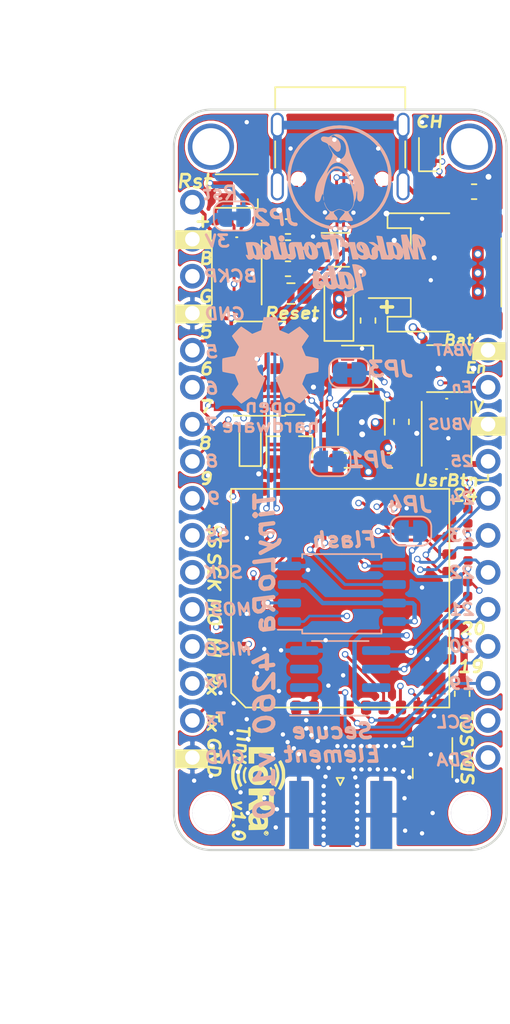
<source format=kicad_pcb>
(kicad_pcb (version 20171130) (host pcbnew "(5.1.4)-1")
  (title_block (title "TinyLoRa Breakout v1.1") (date 2019-06-23) (rev 1.1) (company "MakerTronika Labs") (comment 1 http://makertronika.com/) (comment 2 "design by Orkhan AmirAslan (azerimaker)"))
  (layers (0 Top.HF mixed) (1 In1.GND power) (2 In2.PWR power) (31 Bottom.LF mixed) (34 B.Paste user hide) (35 F.Paste user hide) (36 B.SilkS user) (37 F.SilkS user hide) (38 B.Mask user hide) (39 F.Mask user hide) (44 Edge.Cuts user))
  (net 0 "")
  (net 1 GND)
  (net 2 +BATT)
  (net 3 VBUS)
  (net 4 +3V3)
  (net 5 "Net-(D4-Pad1)")
  (net 6 "Net-(D4-Pad2)")
  (net 7 USB_N)
  (net 8 USB_P)
  (net 9 PA31_SWDIO)
  (net 10 PA30_SWDCLK)
  (net 11 ~RESET)
  (net 12 LDO_EN)
  (net 13 /Vin)
  (net 14 PA08_AIN0)
  (net 15 PA19_RX3)
  (net 16 PA16_I2C_SDA)
  (net 17 PA18_TX3)
  (net 18 PA17_I2C_SCL)
  (net 19 PA14)
  (net 20 PA15)
  (net 21 "Net-(U2-Pad4)")
  (net 22 "Net-(U5-Pad4)")
  (net 23 PB03_NC_BCKP)
  (net 24 PA22_SS)
  (net 25 PB23_SCK)
  (net 26 PA23_MOSI)
  (net 27 PB02_MISO)
  (net 28 PA05_RX1)
  (net 29 PA04_TX1)
  (net 30 PA27)
  (net 31 PA06_AIN6)
  (net 32 PA07_AIN7)
  (net 33 PA09_AIN1)
  (net 34 VDD_IN)
  (net 35 "Net-(C5-Pad1)")
  (net 36 "Net-(C5-Pad2)")
  (net 37 "Net-(C9-Pad1)")
  (net 38 "Net-(C12-Pad2)")
  (net 39 "Net-(C13-Pad2)")
  (net 40 "Net-(D2-Pad1)")
  (net 41 "Net-(D2-Pad2)")
  (net 42 "Net-(D5-Pad1)")
  (net 43 "Net-(D5-Pad2)")
  (net 44 "Net-(D5-Pad3)")
  (net 45 "Net-(D5-Pad4)")
  (net 46 "Net-(J1-Pad1)")
  (net 47 "Net-(J2-Pad1)")
  (net 48 "Net-(J3-PadB8)")
  (net 49 "Net-(J3-PadA5)")
  (net 50 "Net-(J3-PadA8)")
  (net 51 "Net-(J3-PadB5)")
  (net 52 "Net-(JP3-Pad2)")
  (net 53 "Net-(R6-Pad1)")
  (net 54 "Net-(U4-Pad21)")
  (net 55 "Net-(U5-Pad3)")
  (net 56 "Net-(J5-Pad6)")
  (net 57 "Net-(J5-Pad7)")
  (net 58 "Net-(J5-Pad8)")
  (net 59 "Net-(R3-Pad2)")
  (net 60 PB22_FlashCS)
  (module Custom_Logos:Lora-5 (layer Top.HF) (at 130.25 115.35 270)
    (fp_text reference G*** hide)
    (fp_text value LOGO hide)
  )
  (module Custom_Logos:Makertronika-SC-3 (layer Bottom.LF) (at 135.85 75.2 180)
    (fp_text reference G*** hide)
    (fp_text value LOGO hide)
  )
  (module Symbol:OSHW-Symbol_6.7x6mm_SilkScreen (layer Bottom.LF) (at 131.1 85.8 180)
    (fp_text reference REF** hide)
    (fp_text value OSHW-Symbol_6.7x6mm_SilkScreen hide)
  )
  (module Capacitor_SMD:C_0402_1005Metric (layer Top.HF) (at 127.45 94.165 270)
    (fp_text reference C13 hide)
    (fp_text value 100nF)
    (pad 1 smd roundrect (at -0.485 0 270) (size 0.59 0.64) (layers Top.HF F.Paste F.Mask) (net 1 GND))
    (pad 2 smd roundrect (at 0.485 0 270) (size 0.59 0.64) (layers Top.HF F.Paste F.Mask) (net 39 "Net-(C13-Pad2)"))
  )
  (module Diode_SMD:D_SOD-123 (layer Top.HF) (at 135.8 82.2 90)
    (fp_text reference D1 hide)
    (fp_text value MBR0520 hide)
    (pad 1 smd rect (at -1.65 0 90) (size 0.9 1.2) (layers Top.HF F.Paste F.Mask) (net 34 VDD_IN))
    (pad 2 smd rect (at 1.65 0 90) (size 0.9 1.2) (layers Top.HF F.Paste F.Mask) (net 3 VBUS))
  )
  (module Connector_Coaxial:U.FL_Hirose_U.FL-R-SMT-1_Vertical (layer Top.HF) (at 141.76 113.04)
    (fp_text reference J1 hide)
    (fp_text value U.FL-R-SMT-1 hide)
    (pad 2 smd rect (at 0.475 1.475) (size 2.2 1.05) (layers Top.HF F.Paste F.Mask) (net 1 GND))
    (pad 1 smd rect (at -1.05 0) (size 1.05 1) (layers Top.HF F.Paste F.Mask) (net 46 "Net-(J1-Pad1)"))
    (pad 2 smd rect (at 0.475 -1.475) (size 2.2 1.05) (layers Top.HF F.Paste F.Mask) (net 1 GND))
  )
  (module Connector_JST:JST_PH_S2B-PH-SM4-TB_1x02-1MP_P2.00mm_Horizontal (layer Top.HF) (at 142.45 79.75 90)
    (fp_text reference J4 hide)
    (fp_text value JST_PH hide)
    (pad 1 smd roundrect (at -1 -2.85 90) (size 1 3.5) (layers Top.HF F.Paste F.Mask) (net 2 +BATT))
    (pad 2 smd roundrect (at 1 -2.85 90) (size 1 3.5) (layers Top.HF F.Paste F.Mask) (net 1 GND))
    (pad MP smd roundrect (at -3.35 2.9 90) (size 1.5 3.4) (layers Top.HF F.Paste F.Mask) (roundrect_rratio 0.166667))
    (pad MP smd roundrect (at 3.35 2.9 90) (size 1.5 3.4) (layers Top.HF F.Paste F.Mask) (roundrect_rratio 0.166667))
  )
  (module Capacitor_SMD:C_0603_1608Metric (layer Top.HF) (at 145.09 74.21 180)
    (fp_text reference C12 hide)
    (fp_text value 10nF hide)
    (pad 1 smd roundrect (at -0.7875 0 180) (size 0.875 0.95) (layers Top.HF F.Paste F.Mask) (net 1 GND))
    (pad 2 smd roundrect (at 0.7875 0 180) (size 0.875 0.95) (layers Top.HF F.Paste F.Mask) (net 38 "Net-(C12-Pad2)"))
  )
  (module Capacitor_SMD:C_0603_1608Metric (layer Top.HF) (at 132.3 76.6 180)
    (fp_text reference C8 hide)
    (fp_text value 10nF hide)
    (pad 1 smd roundrect (at -0.7875 0 180) (size 0.875 0.95) (layers Top.HF F.Paste F.Mask) (net 13 /Vin))
    (pad 2 smd roundrect (at 0.7875 0 180) (size 0.875 0.95) (layers Top.HF F.Paste F.Mask) (net 1 GND))
  )
  (module Capacitor_SMD:C_0603_1608Metric (layer Top.HF) (at 132.3 79.5)
    (fp_text reference C9 hide)
    (fp_text value 100nF hide)
    (pad 2 smd roundrect (at 0.7875 0) (size 0.875 0.95) (layers Top.HF F.Paste F.Mask) (net 1 GND))
    (pad 1 smd roundrect (at -0.7875 0) (size 0.875 0.95) (layers Top.HF F.Paste F.Mask) (net 37 "Net-(C9-Pad1)"))
  )
  (module Capacitor_SMD:C_0603_1608Metric (layer Top.HF) (at 140.1 90 270)
    (fp_text reference C2 hide)
    (fp_text value 10uF hide)
    (pad 2 smd roundrect (at 0.7875 0 270) (size 0.875 0.95) (layers Top.HF F.Paste F.Mask) (net 1 GND))
    (pad 1 smd roundrect (at -0.7875 0 270) (size 0.875 0.95) (layers Top.HF F.Paste F.Mask) (net 34 VDD_IN))
  )
  (module Capacitor_SMD:C_0603_1608Metric (layer Top.HF) (at 144.272 108.6612 270)
    (fp_text reference C10 hide)
    (fp_text value 1uF hide)
    (pad 2 smd roundrect (at 0.7875 0 270) (size 0.875 0.95) (layers Top.HF F.Paste F.Mask) (net 1 GND))
    (pad 1 smd roundrect (at -0.7875 0 270) (size 0.875 0.95) (layers Top.HF F.Paste F.Mask) (net 4 +3V3))
  )
  (module Capacitor_SMD:C_0603_1608Metric (layer Top.HF) (at 139.3 92.65)
    (fp_text reference C3 hide)
    (fp_text value 10uF hide)
    (pad 2 smd roundrect (at 0.7875 0) (size 0.875 0.95) (layers Top.HF F.Paste F.Mask) (net 1 GND))
    (pad 1 smd roundrect (at -0.7875 0) (size 0.875 0.95) (layers Top.HF F.Paste F.Mask) (net 4 +3V3))
  )
  (module Capacitor_SMD:C_0402_1005Metric (layer Top.HF) (at 133.775 113.095 225)
    (fp_text reference C6 hide)
    (fp_text value DNM hide)
    (pad 1 smd roundrect (at -0.485 0 225) (size 0.59 0.64) (layers Top.HF F.Paste F.Mask) (net 36 "Net-(C5-Pad2)"))
    (pad 2 smd roundrect (at 0.485 0 225) (size 0.59 0.64) (layers Top.HF F.Paste F.Mask) (net 1 GND))
  )
  (module Capacitor_SMD:C_0402_1005Metric (layer Top.HF) (at 133.2 111.845 315)
    (fp_text reference C5 hide)
    (fp_text value 47pF hide)
    (pad 1 smd roundrect (at -0.485 0 315) (size 0.59 0.64) (layers Top.HF F.Paste F.Mask) (net 35 "Net-(C5-Pad1)"))
    (pad 2 smd roundrect (at 0.485 0 315) (size 0.59 0.64) (layers Top.HF F.Paste F.Mask) (net 36 "Net-(C5-Pad2)"))
  )
  (module Capacitor_SMD:C_0402_1005Metric (layer Top.HF) (at 132.375 110.675 180)
    (fp_text reference C7 hide)
    (fp_text value DNM hide)
    (pad 2 smd roundrect (at 0.485 0 180) (size 0.59 0.64) (layers Top.HF F.Paste F.Mask) (net 1 GND))
    (pad 1 smd roundrect (at -0.485 0 180) (size 0.59 0.64) (layers Top.HF F.Paste F.Mask) (net 35 "Net-(C5-Pad1)"))
  )
  (module Capacitor_SMD:C_0603_1608Metric (layer Top.HF) (at 136.35 92.65 180)
    (fp_text reference C4 hide)
    (fp_text value 100nF hide)
    (pad 1 smd roundrect (at -0.7875 0 180) (size 0.875 0.95) (layers Top.HF F.Paste F.Mask) (net 4 +3V3))
    (pad 2 smd roundrect (at 0.7875 0 180) (size 0.875 0.95) (layers Top.HF F.Paste F.Mask) (net 1 GND))
  )
  (module LED_SMD:LED_0603_1608Metric (layer Top.HF) (at 142.0368 71.3232 90)
    (fp_text reference D2 hide)
    (fp_text value CH_ORANGE hide)
    (pad 1 smd roundrect (at -0.7875 0 90) (size 0.875 0.95) (layers Top.HF F.Paste F.Mask) (net 40 "Net-(D2-Pad1)"))
    (pad 2 smd roundrect (at 0.7875 0 90) (size 0.875 0.95) (layers Top.HF F.Paste F.Mask) (net 41 "Net-(D2-Pad2)"))
  )
  (module LED_SMD:LED_Cree-PLCC4_2x2mm_CW (layer Top.HF) (at 128.778 74.168 180)
    (fp_text reference D5 hide)
    (fp_text value FM-B2020RGBA hide)
    (pad 1 smd rect (at -0.75 -0.55 180) (size 1 0.8) (layers Top.HF F.Paste F.Mask) (net 42 "Net-(D5-Pad1)"))
    (pad 2 smd rect (at 0.75 -0.55 180) (size 1 0.8) (layers Top.HF F.Paste F.Mask) (net 43 "Net-(D5-Pad2)"))
    (pad 3 smd rect (at 0.75 0.55 180) (size 1 0.8) (layers Top.HF F.Paste F.Mask) (net 44 "Net-(D5-Pad3)"))
    (pad 4 smd rect (at -0.75 0.55 180) (size 1 0.8) (layers Top.HF F.Paste F.Mask) (net 45 "Net-(D5-Pad4)"))
  )
  (module LED_SMD:LED_0603_1608Metric (layer Top.HF) (at 129.7 91.55 90)
    (fp_text reference D4 hide)
    (fp_text value PWR_BLUE hide)
    (pad 2 smd roundrect (at 0.7875 0 90) (size 0.875 0.95) (layers Top.HF F.Paste F.Mask) (net 6 "Net-(D4-Pad2)"))
    (pad 1 smd roundrect (at -0.7875 0 90) (size 0.875 0.95) (layers Top.HF F.Paste F.Mask) (net 5 "Net-(D4-Pad1)"))
  )
  (module Fuse:Fuse_0805_2012Metric (layer Top.HF) (at 132.5 81.2)
    (fp_text reference F1 hide)
    (fp_text value 1A hide)
    (pad 1 smd roundrect (at -0.9375 0) (size 0.975 1.4) (layers Top.HF F.Paste F.Mask) (net 37 "Net-(C9-Pad1)"))
    (pad 2 smd roundrect (at 0.9375 0) (size 0.975 1.4) (layers Top.HF F.Paste F.Mask) (net 3 VBUS))
  )
  (module Inductor_SMD:L_0603_1608Metric (layer Top.HF) (at 132.3 78.05 180)
    (fp_text reference FB1 hide)
    (fp_text value BLM18HE152SN1D hide)
    (pad 1 smd roundrect (at -0.7875 0 180) (size 0.875 0.95) (layers Top.HF F.Paste F.Mask) (net 13 /Vin))
    (pad 2 smd roundrect (at 0.7875 0 180) (size 0.875 0.95) (layers Top.HF F.Paste F.Mask) (net 37 "Net-(C9-Pad1)"))
  )
  (module Connector_PinHeader_1.27mm:PinHeader_2x05_P1.27mm_Vertical_SMD (layer Top.HF) (at 130.35 86.35 180)
    (fp_text reference J5 hide)
    (fp_text value Conn_ARM_JTAG_SWD_10 hide)
    (pad 1 smd rect (at -1.95 -2.54 180) (size 2.4 0.74) (layers Top.HF F.Paste F.Mask) (net 4 +3V3))
    (pad 2 smd rect (at 1.95 -2.54 180) (size 2.4 0.74) (layers Top.HF F.Paste F.Mask) (net 9 PA31_SWDIO))
    (pad 3 smd rect (at -1.95 -1.27 180) (size 2.4 0.74) (layers Top.HF F.Paste F.Mask) (net 1 GND))
    (pad 4 smd rect (at 1.95 -1.27 180) (size 2.4 0.74) (layers Top.HF F.Paste F.Mask) (net 10 PA30_SWDCLK))
    (pad 5 smd rect (at -1.95 0 180) (size 2.4 0.74) (layers Top.HF F.Paste F.Mask) (net 1 GND))
    (pad 6 smd rect (at 1.95 0 180) (size 2.4 0.74) (layers Top.HF F.Paste F.Mask) (net 56 "Net-(J5-Pad6)"))
    (pad 7 smd rect (at -1.95 1.27 180) (size 2.4 0.74) (layers Top.HF F.Paste F.Mask) (net 57 "Net-(J5-Pad7)"))
    (pad 8 smd rect (at 1.95 1.27 180) (size 2.4 0.74) (layers Top.HF F.Paste F.Mask) (net 58 "Net-(J5-Pad8)"))
    (pad 9 smd rect (at -1.95 2.54 180) (size 2.4 0.74) (layers Top.HF F.Paste F.Mask) (net 1 GND))
    (pad 10 smd rect (at 1.95 2.54 180) (size 2.4 0.74) (layers Top.HF F.Paste F.Mask) (net 11 ~RESET))
  )
  (module tinylora_v1:SMA_J_P_X_ST_EM1_EdgeMount (layer Top.HF) (at 135.89 116.84 270)
    (fp_text reference J2 hide)
    (fp_text value SMA-Edge-Mount hide)
    (pad 2 smd rect (at 0.15 2.825) (size 1.35 4.7) (layers Bottom.LF B.Paste B.Mask) (net 1 GND))
    (pad 2 smd rect (at 0.15 -2.825) (size 1.5 4.7) (layers Bottom.LF B.Paste B.Mask) (net 1 GND))
    (pad 2 smd rect (at 0.15 2.825) (size 1.35 4.7) (layers Top.HF F.Paste F.Mask) (net 1 GND))
    (pad 2 smd rect (at 0.15 -2.825) (size 1.5 4.7) (layers Top.HF F.Paste F.Mask) (net 1 GND))
    (pad 1 smd rect (at 0.127 0) (size 1.5 4.4) (layers Top.HF F.Paste F.Mask) (net 47 "Net-(J2-Pad1)"))
  )
  (module Jumper:SolderJumper-2_P1.3mm_Bridged_RoundedPad1.0x1.5mm (layer Bottom.LF) (at 128.6 75.875)
    (fp_text reference JP2 hide)
    (fp_text value RGB-Cut hide)
    (fp_poly (pts (xy 0.25 0.3) (xy -0.25 0.3) (xy -0.25 -0.3) (xy 0.25 -0.3)) (layer Bottom.LF) (width 0))
    (pad 1 smd custom (at -0.65 0) (size 1 0.5) (layers Bottom.LF B.Mask) (net 4 +3V3) (options (clearance outline) (anchor rect)) (primitives (gr_circle (center 0 -0.25) (end 0.5 -0.25) (width 0)) (gr_circle (center 0 0.25) (end 0.5 0.25) (width 0)) (gr_poly (pts (xy 0 0.75) (xy 0.5 0.75) (xy 0.5 -0.75) (xy 0 -0.75)) (width 0))))
    (pad 2 smd custom (at 0.65 0) (size 1 0.5) (layers Bottom.LF B.Mask) (net 44 "Net-(D5-Pad3)") (options (clearance outline) (anchor rect)) (primitives (gr_circle (center 0 -0.25) (end 0.5 -0.25) (width 0)) (gr_circle (center 0 0.25) (end 0.5 0.25) (width 0)) (gr_poly (pts (xy 0 0.75) (xy -0.5 0.75) (xy -0.5 -0.75) (xy 0 -0.75)) (width 0))))
  )
  (module Jumper:SolderJumper-2_P1.3mm_Bridged_RoundedPad1.0x1.5mm (layer Bottom.LF) (at 140.75 97.5 180)
    (fp_text reference JP4 hide)
    (fp_text value ADC-PIN-Cut hide)
    (fp_poly (pts (xy 0.25 0.3) (xy -0.25 0.3) (xy -0.25 -0.3) (xy 0.25 -0.3)) (layer Bottom.LF) (width 0))
    (pad 1 smd custom (at -0.65 0 180) (size 1 0.5) (layers Bottom.LF B.Mask) (net 14 PA08_AIN0) (options (clearance outline) (anchor rect)) (primitives (gr_circle (center 0 -0.25) (end 0.5 -0.25) (width 0)) (gr_circle (center 0 0.25) (end 0.5 0.25) (width 0)) (gr_poly (pts (xy 0 0.75) (xy 0.5 0.75) (xy 0.5 -0.75) (xy 0 -0.75)) (width 0))))
    (pad 2 smd custom (at 0.65 0 180) (size 1 0.5) (layers Bottom.LF B.Mask) (net 39 "Net-(C13-Pad2)") (options (clearance outline) (anchor rect)) (primitives (gr_circle (center 0 -0.25) (end 0.5 -0.25) (width 0)) (gr_circle (center 0 0.25) (end 0.5 0.25) (width 0)) (gr_poly (pts (xy 0 0.75) (xy -0.5 0.75) (xy -0.5 -0.75) (xy 0 -0.75)) (width 0))))
  )
  (module Jumper:SolderJumper-2_P1.3mm_Bridged_RoundedPad1.0x1.5mm (layer Bottom.LF) (at 135.2 92.73 180)
    (fp_text reference JP1 hide)
    (fp_text value PWRLED-Cut hide)
    (fp_poly (pts (xy 0.25 0.3) (xy -0.25 0.3) (xy -0.25 -0.3) (xy 0.25 -0.3)) (layer Bottom.LF) (width 0))
    (pad 2 smd custom (at 0.65 0 180) (size 1 0.5) (layers Bottom.LF B.Mask) (net 6 "Net-(D4-Pad2)") (options (clearance outline) (anchor rect)) (primitives (gr_circle (center 0 -0.25) (end 0.5 -0.25) (width 0)) (gr_circle (center 0 0.25) (end 0.5 0.25) (width 0)) (gr_poly (pts (xy 0 0.75) (xy -0.5 0.75) (xy -0.5 -0.75) (xy 0 -0.75)) (width 0))))
    (pad 1 smd custom (at -0.65 0 180) (size 1 0.5) (layers Bottom.LF B.Mask) (net 4 +3V3) (options (clearance outline) (anchor rect)) (primitives (gr_circle (center 0 -0.25) (end 0.5 -0.25) (width 0)) (gr_circle (center 0 0.25) (end 0.5 0.25) (width 0)) (gr_poly (pts (xy 0 0.75) (xy 0.5 0.75) (xy 0.5 -0.75) (xy 0 -0.75)) (width 0))))
  )
  (module Jumper:SolderJumper-2_P1.3mm_Bridged_RoundedPad1.0x1.5mm (layer Bottom.LF) (at 136.525 86.65 180)
    (fp_text reference JP3 hide)
    (fp_text value ADCV-Cut hide)
    (fp_poly (pts (xy 0.25 0.3) (xy -0.25 0.3) (xy -0.25 -0.3) (xy 0.25 -0.3)) (layer Bottom.LF) (width 0))
    (pad 2 smd custom (at 0.65 0 180) (size 1 0.5) (layers Bottom.LF B.Mask) (net 52 "Net-(JP3-Pad2)") (options (clearance outline) (anchor rect)) (primitives (gr_circle (center 0 -0.25) (end 0.5 -0.25) (width 0)) (gr_circle (center 0 0.25) (end 0.5 0.25) (width 0)) (gr_poly (pts (xy 0 0.75) (xy -0.5 0.75) (xy -0.5 -0.75) (xy 0 -0.75)) (width 0))))
    (pad 1 smd custom (at -0.65 0 180) (size 1 0.5) (layers Bottom.LF B.Mask) (net 2 +BATT) (options (clearance outline) (anchor rect)) (primitives (gr_circle (center 0 -0.25) (end 0.5 -0.25) (width 0)) (gr_circle (center 0 0.25) (end 0.5 0.25) (width 0)) (gr_poly (pts (xy 0 0.75) (xy 0.5 0.75) (xy 0.5 -0.75) (xy 0 -0.75)) (width 0))))
  )
  (module Resistor_SMD:R_0402_1005Metric (layer Top.HF) (at 142.2424 74.4828 180)
    (fp_text reference R12 hide)
    (fp_text value 1M hide)
    (pad 2 smd roundrect (at 0.485 0 180) (size 0.59 0.64) (layers Top.HF F.Paste F.Mask) (net 38 "Net-(C12-Pad2)"))
    (pad 1 smd roundrect (at -0.485 0 180) (size 0.59 0.64) (layers Top.HF F.Paste F.Mask) (net 1 GND))
  )
  (module Resistor_SMD:R_0402_1005Metric (layer Top.HF) (at 140 87.4 90)
    (fp_text reference R6 hide)
    (fp_text value 4K7 hide)
    (pad 1 smd roundrect (at -0.485 0 90) (size 0.59 0.64) (layers Top.HF F.Paste F.Mask) (net 53 "Net-(R6-Pad1)"))
    (pad 2 smd roundrect (at 0.485 0 90) (size 0.59 0.64) (layers Top.HF F.Paste F.Mask) (net 1 GND))
  )
  (module Resistor_SMD:R_0402_1005Metric (layer Top.HF) (at 142.2424 73.4668 180)
    (fp_text reference R4 hide)
    (fp_text value 1K5 hide)
    (pad 2 smd roundrect (at 0.485 0 180) (size 0.59 0.64) (layers Top.HF F.Paste F.Mask) (net 41 "Net-(D2-Pad2)"))
    (pad 1 smd roundrect (at -0.485 0 180) (size 0.59 0.64) (layers Top.HF F.Paste F.Mask) (net 3 VBUS))
  )
  (module Resistor_SMD:R_0402_1005Metric (layer Top.HF) (at 129.667 76.2 180)
    (fp_text reference R9 hide)
    (fp_text value 1K5 hide)
    (pad 2 smd roundrect (at 0.485 0 180) (size 0.59 0.64) (layers Top.HF F.Paste F.Mask) (net 15 PA19_RX3))
    (pad 1 smd roundrect (at -0.485 0 180) (size 0.59 0.64) (layers Top.HF F.Paste F.Mask) (net 42 "Net-(D5-Pad1)"))
  )
  (module Resistor_SMD:R_0402_1005Metric (layer Top.HF) (at 144.67 99.03 270)
    (fp_text reference R13 hide)
    (fp_text value 4K7 hide)
    (pad 1 smd roundrect (at -0.485 0 270) (size 0.59 0.64) (layers Top.HF F.Paste F.Mask) (net 4 +3V3))
    (pad 2 smd roundrect (at 0.485 0 270) (size 0.59 0.64) (layers Top.HF F.Paste F.Mask) (net 16 PA16_I2C_SDA))
  )
  (module Resistor_SMD:R_0402_1005Metric (layer Top.HF) (at 129.921 71.501 90)
    (fp_text reference R10 hide)
    (fp_text value 1K5 hide)
    (pad 1 smd roundrect (at -0.485 0 90) (size 0.59 0.64) (layers Top.HF F.Paste F.Mask) (net 45 "Net-(D5-Pad4)"))
    (pad 2 smd roundrect (at 0.485 0 90) (size 0.59 0.64) (layers Top.HF F.Paste F.Mask) (net 17 PA18_TX3))
  )
  (module Resistor_SMD:R_0402_1005Metric (layer Top.HF) (at 144.65 101.475 270)
    (fp_text reference R14 hide)
    (fp_text value 4K7 hide)
    (pad 1 smd roundrect (at -0.485 0 270) (size 0.59 0.64) (layers Top.HF F.Paste F.Mask) (net 4 +3V3))
    (pad 2 smd roundrect (at 0.485 0 270) (size 0.59 0.64) (layers Top.HF F.Paste F.Mask) (net 18 PA17_I2C_SCL))
  )
  (module Resistor_SMD:R_0402_1005Metric (layer Top.HF) (at 127.775 76.2)
    (fp_text reference R11 hide)
    (fp_text value 1K5 hide)
    (pad 2 smd roundrect (at 0.485 0) (size 0.59 0.64) (layers Top.HF F.Paste F.Mask) (net 19 PA14))
    (pad 1 smd roundrect (at -0.485 0) (size 0.59 0.64) (layers Top.HF F.Paste F.Mask) (net 43 "Net-(D5-Pad2)"))
  )
  (module Resistor_SMD:R_0402_1005Metric (layer Top.HF) (at 128.4 91.075 90)
    (fp_text reference R8 hide)
    (fp_text value 10K hide)
    (pad 2 smd roundrect (at 0.485 0 90) (size 0.59 0.64) (layers Top.HF F.Paste F.Mask) (net 11 ~RESET))
    (pad 1 smd roundrect (at -0.485 0 90) (size 0.59 0.64) (layers Top.HF F.Paste F.Mask) (net 4 +3V3))
  )
  (module Resistor_SMD:R_0402_1005Metric (layer Top.HF) (at 129 93.8)
    (fp_text reference R15 hide)
    (fp_text value 1M hide)
    (pad 2 smd roundrect (at 0.485 0) (size 0.59 0.64) (layers Top.HF F.Paste F.Mask) (net 52 "Net-(JP3-Pad2)"))
    (pad 1 smd roundrect (at -0.485 0) (size 0.59 0.64) (layers Top.HF F.Paste F.Mask) (net 39 "Net-(C13-Pad2)"))
  )
  (module Resistor_SMD:R_0402_1005Metric (layer Top.HF) (at 127.45 96.1 90)
    (fp_text reference R16 hide)
    (fp_text value 3M6 hide)
    (pad 1 smd roundrect (at -0.485 0 90) (size 0.59 0.64) (layers Top.HF F.Paste F.Mask) (net 1 GND))
    (pad 2 smd roundrect (at 0.485 0 90) (size 0.59 0.64) (layers Top.HF F.Paste F.Mask) (net 39 "Net-(C13-Pad2)"))
  )
  (module Resistor_SMD:R_0402_1005Metric (layer Top.HF) (at 127.9 92.575 180)
    (fp_text reference R7 hide)
    (fp_text value 1K5 hide)
    (pad 1 smd roundrect (at -0.485 0 180) (size 0.59 0.64) (layers Top.HF F.Paste F.Mask) (net 5 "Net-(D4-Pad1)"))
    (pad 2 smd roundrect (at 0.485 0 180) (size 0.59 0.64) (layers Top.HF F.Paste F.Mask) (net 1 GND))
  )
  (module Resistor_SMD:R_0402_1005Metric (layer Top.HF) (at 136.314784 113.04415)
    (fp_text reference R1 hide)
    (fp_text value DNM hide)
    (pad 2 smd roundrect (at 0.485 0) (size 0.59 0.64) (layers Top.HF F.Paste F.Mask) (net 46 "Net-(J1-Pad1)"))
    (pad 1 smd roundrect (at -0.485 0) (size 0.59 0.64) (layers Top.HF F.Paste F.Mask) (net 36 "Net-(C5-Pad2)"))
  )
  (module Resistor_SMD:R_0402_1005Metric (layer Top.HF) (at 135.862868 113.496066 90)
    (fp_text reference R2 hide)
    (fp_text value 0R hide)
    (pad 1 smd roundrect (at -0.485 0 90) (size 0.59 0.64) (layers Top.HF F.Paste F.Mask) (net 47 "Net-(J2-Pad1)"))
    (pad 2 smd roundrect (at 0.485 0 90) (size 0.59 0.64) (layers Top.HF F.Paste F.Mask) (net 36 "Net-(C5-Pad2)"))
  )
  (module Package_TO_SOT_SMD:SOT-23-5 (layer Top.HF) (at 142.75 86.35 180)
    (fp_text reference U1 hide)
    (fp_text value MCP73831 hide)
    (pad 1 smd rect (at -1.1 -0.95 180) (size 1.06 0.65) (layers Top.HF F.Paste F.Mask) (net 40 "Net-(D2-Pad1)"))
    (pad 2 smd rect (at -1.1 0 180) (size 1.06 0.65) (layers Top.HF F.Paste F.Mask) (net 1 GND))
    (pad 3 smd rect (at -1.1 0.95 180) (size 1.06 0.65) (layers Top.HF F.Paste F.Mask) (net 2 +BATT))
    (pad 4 smd rect (at 1.1 0.95 180) (size 1.06 0.65) (layers Top.HF F.Paste F.Mask) (net 3 VBUS))
    (pad 5 smd rect (at 1.1 -0.95 180) (size 1.06 0.65) (layers Top.HF F.Paste F.Mask) (net 53 "Net-(R6-Pad1)"))
  )
  (module Package_TO_SOT_SMD:SOT-363_SC-70-6 (layer Top.HF) (at 135.8 78.2)
    (fp_text reference U5 hide)
    (fp_text value NUP2202 hide)
    (pad 1 smd rect (at -0.95 -0.65) (size 0.65 0.4) (layers Top.HF F.Paste F.Mask) (net 7 USB_N))
    (pad 3 smd rect (at -0.95 0.65) (size 0.65 0.4) (layers Top.HF F.Paste F.Mask) (net 55 "Net-(U5-Pad3)"))
    (pad 5 smd rect (at 0.95 0) (size 0.65 0.4) (layers Top.HF F.Paste F.Mask) (net 13 /Vin))
    (pad 2 smd rect (at -0.95 0) (size 0.65 0.4) (layers Top.HF F.Paste F.Mask) (net 1 GND))
    (pad 4 smd rect (at 0.95 0.65) (size 0.65 0.4) (layers Top.HF F.Paste F.Mask) (net 22 "Net-(U5-Pad4)"))
    (pad 6 smd rect (at 0.95 -0.65) (size 0.65 0.4) (layers Top.HF F.Paste F.Mask) (net 8 USB_P))
  )
  (module Package_TO_SOT_SMD:SOT-23 (layer Top.HF) (at 132.4 91.75 90)
    (fp_text reference U3 hide)
    (fp_text value MAX809STRG hide)
    (pad 1 smd rect (at -1 -0.95 90) (size 0.9 0.8) (layers Top.HF F.Paste F.Mask) (net 1 GND))
    (pad 2 smd rect (at -1 0.95 90) (size 0.9 0.8) (layers Top.HF F.Paste F.Mask) (net 59 "Net-(R3-Pad2)"))
    (pad 3 smd rect (at 1 0 90) (size 0.9 0.8) (layers Top.HF F.Paste F.Mask) (net 34 VDD_IN))
  )
  (module Package_SO:SOIC-8_3.9x4.9mm_P1.27mm (layer Bottom.LF) (at 135.89 107.6)
    (fp_text reference U7 hide)
    (fp_text value ATECC608A-TNGLORAS hide)
    (pad 1 smd roundrect (at -2.475 1.905) (size 1.95 0.6) (layers Bottom.LF B.Paste B.Mask))
    (pad 2 smd roundrect (at -2.475 0.635) (size 1.95 0.6) (layers Bottom.LF B.Paste B.Mask))
    (pad 3 smd roundrect (at -2.475 -0.635) (size 1.95 0.6) (layers Bottom.LF B.Paste B.Mask))
    (pad 4 smd roundrect (at -2.475 -1.905) (size 1.95 0.6) (layers Bottom.LF B.Paste B.Mask) (net 1 GND))
    (pad 5 smd roundrect (at 2.475 -1.905) (size 1.95 0.6) (layers Bottom.LF B.Paste B.Mask) (net 16 PA16_I2C_SDA))
    (pad 6 smd roundrect (at 2.475 -0.635) (size 1.95 0.6) (layers Bottom.LF B.Paste B.Mask) (net 18 PA17_I2C_SCL))
    (pad 7 smd roundrect (at 2.475 0.635) (size 1.95 0.6) (layers Bottom.LF B.Paste B.Mask))
    (pad 8 smd roundrect (at 2.475 1.905) (size 1.95 0.6) (layers Bottom.LF B.Paste B.Mask) (net 4 +3V3))
  )
  (module Package_TO_SOT_SMD:SOT-23-5 (layer Top.HF) (at 137.35 90 270)
    (fp_text reference U2 hide)
    (fp_text value ME6215C33 hide)
    (pad 5 smd rect (at 1.1 -0.95 270) (size 1.06 0.65) (layers Top.HF F.Paste F.Mask) (net 4 +3V3))
    (pad 4 smd rect (at 1.1 0.95 270) (size 1.06 0.65) (layers Top.HF F.Paste F.Mask) (net 21 "Net-(U2-Pad4)"))
    (pad 3 smd rect (at -1.1 0.95 270) (size 1.06 0.65) (layers Top.HF F.Paste F.Mask) (net 12 LDO_EN))
    (pad 2 smd rect (at -1.1 0 270) (size 1.06 0.65) (layers Top.HF F.Paste F.Mask) (net 1 GND))
    (pad 1 smd rect (at -1.1 -0.95 270) (size 1.06 0.65) (layers Top.HF F.Paste F.Mask) (net 34 VDD_IN))
  )
  (module mcu_footprints:Feather-Generic (layer Top.HF) (at 124.46 68.58)
    (fp_text reference U6 hide)
    (fp_text value Feather-Generic hide)
    (pad "" thru_hole circle (at 2.54 2.54) (size 3.175 3.175) (drill 2.54) (layers *.Cu *.Mask))
    (pad "" thru_hole circle (at 20.32 2.54) (size 3.175 3.175) (drill 2.54) (layers *.Cu *.Mask))
    (pad "" thru_hole circle (at 20.32 48.26) (size 2.54 2.54) (drill 2.54) (layers *.Cu *.Mask))
    (pad "" thru_hole circle (at 2.54 48.26) (size 2.54 2.54) (drill 2.54) (layers *.Cu *.Mask))
    (pad 1 thru_hole oval (at 1.27 6.35) (size 1.7 1.7) (drill 1) (layers *.Cu *.Mask) (net 11 ~RESET))
    (pad 2 thru_hole oval (at 1.27 8.89) (size 1.7 1.7) (drill 1) (layers *.Cu *.Mask) (net 4 +3V3))
    (pad 3 thru_hole oval (at 1.27 11.43) (size 1.7 1.7) (drill 1) (layers *.Cu *.Mask) (net 23 PB03_NC_BCKP))
    (pad 4 thru_hole oval (at 1.27 13.97) (size 1.7 1.7) (drill 1) (layers *.Cu *.Mask) (net 1 GND))
    (pad 5 thru_hole oval (at 1.27 16.51) (size 1.7 1.7) (drill 1) (layers *.Cu *.Mask) (net 19 PA14))
    (pad 6 thru_hole oval (at 1.27 19.05) (size 1.7 1.7) (drill 1) (layers *.Cu *.Mask) (net 17 PA18_TX3))
    (pad 7 thru_hole oval (at 1.27 21.59) (size 1.7 1.7) (drill 1) (layers *.Cu *.Mask) (net 15 PA19_RX3))
    (pad 8 thru_hole oval (at 1.27 24.13) (size 1.7 1.7) (drill 1) (layers *.Cu *.Mask) (net 10 PA30_SWDCLK))
    (pad 9 thru_hole oval (at 1.27 26.67) (size 1.7 1.7) (drill 1) (layers *.Cu *.Mask) (net 9 PA31_SWDIO))
    (pad 10 thru_hole oval (at 1.27 29.21) (size 1.7 1.7) (drill 1) (layers *.Cu *.Mask) (net 24 PA22_SS))
    (pad 11 thru_hole oval (at 1.27 31.75) (size 1.7 1.7) (drill 1) (layers *.Cu *.Mask) (net 25 PB23_SCK))
    (pad 12 thru_hole oval (at 1.27 34.29) (size 1.7 1.7) (drill 1) (layers *.Cu *.Mask) (net 26 PA23_MOSI))
    (pad 13 thru_hole oval (at 1.27 36.83) (size 1.7 1.7) (drill 1) (layers *.Cu *.Mask) (net 27 PB02_MISO))
    (pad 14 thru_hole oval (at 1.27 39.37) (size 1.7 1.7) (drill 1) (layers *.Cu *.Mask) (net 28 PA05_RX1))
    (pad 15 thru_hole oval (at 1.27 41.91) (size 1.7 1.7) (drill 1) (layers *.Cu *.Mask) (net 29 PA04_TX1))
    (pad 16 thru_hole oval (at 1.27 44.45) (size 1.7 1.7) (drill 1) (layers *.Cu *.Mask) (net 1 GND))
    (pad 17 thru_hole oval (at 21.59 44.45) (size 1.7 1.7) (drill 1) (layers *.Cu *.Mask) (net 16 PA16_I2C_SDA))
    (pad 18 thru_hole oval (at 21.59 41.91) (size 1.7 1.7) (drill 1) (layers *.Cu *.Mask) (net 18 PA17_I2C_SCL))
    (pad 19 thru_hole oval (at 21.59 39.37) (size 1.7 1.7) (drill 1) (layers *.Cu *.Mask) (net 30 PA27))
    (pad 20 thru_hole oval (at 21.59 36.83) (size 1.7 1.7) (drill 1) (layers *.Cu *.Mask) (net 31 PA06_AIN6))
    (pad 21 thru_hole oval (at 21.59 34.29) (size 1.7 1.7) (drill 1) (layers *.Cu *.Mask) (net 32 PA07_AIN7))
    (pad 22 thru_hole oval (at 21.59 31.75) (size 1.7 1.7) (drill 1) (layers *.Cu *.Mask) (net 14 PA08_AIN0))
    (pad 23 thru_hole oval (at 21.59 29.21) (size 1.7 1.7) (drill 1) (layers *.Cu *.Mask) (net 33 PA09_AIN1))
    (pad 24 thru_hole oval (at 21.59 26.67) (size 1.7 1.7) (drill 1) (layers *.Cu *.Mask) (net 60 PB22_FlashCS))
    (pad 25 thru_hole oval (at 21.59 24.13) (size 1.7 1.7) (drill 1) (layers *.Cu *.Mask) (net 20 PA15))
    (pad 26 thru_hole oval (at 21.59 21.59) (size 1.7 1.7) (drill 1) (layers *.Cu *.Mask) (net 3 VBUS))
    (pad 27 thru_hole oval (at 21.59 19.05) (size 1.7 1.7) (drill 1) (layers *.Cu *.Mask) (net 12 LDO_EN))
    (pad 28 thru_hole oval (at 21.59 16.51) (size 1.7 1.7) (drill 1) (layers *.Cu *.Mask) (net 2 +BATT))
  )
  (module Connector_USB:USB_C_Receptacle_Palconn_UTC16-G (layer Top.HF) (at 135.89 71.882 180)
    (fp_text reference J3 hide)
    (fp_text value USB_C_Receptacle_USB2.0 hide)
    (pad S1 thru_hole oval (at -4.32 -1.93 270) (size 2 0.9) (drill oval 1.7 0.6) (layers *.Cu *.Mask) (net 38 "Net-(C12-Pad2)"))
    (pad S1 thru_hole oval (at 4.32 -1.93 270) (size 2 0.9) (drill oval 1.7 0.6) (layers *.Cu *.Mask) (net 38 "Net-(C12-Pad2)"))
    (pad S1 thru_hole oval (at -4.32 2.24 270) (size 1.7 0.9) (drill oval 1.4 0.6) (layers *.Cu *.Mask) (net 38 "Net-(C12-Pad2)"))
    (pad S1 thru_hole oval (at 4.32 2.24 270) (size 1.7 0.9) (drill oval 1.4 0.6) (layers *.Cu *.Mask) (net 38 "Net-(C12-Pad2)"))
    (pad B7 smd rect (at -0.75 -2.51) (size 0.3 1.16) (layers Top.HF F.Paste F.Mask) (net 7 USB_N))
    (pad A6 smd rect (at -0.25 -2.51) (size 0.3 1.16) (layers Top.HF F.Paste F.Mask) (net 8 USB_P))
    (pad A7 smd rect (at 0.25 -2.51) (size 0.3 1.16) (layers Top.HF F.Paste F.Mask) (net 7 USB_N))
    (pad B8 smd rect (at -1.75 -2.51) (size 0.3 1.16) (layers Top.HF F.Paste F.Mask) (net 48 "Net-(J3-PadB8)"))
    (pad A5 smd rect (at -1.25 -2.51) (size 0.3 1.16) (layers Top.HF F.Paste F.Mask) (net 49 "Net-(J3-PadA5)"))
    (pad A8 smd rect (at 1.25 -2.51) (size 0.3 1.16) (layers Top.HF F.Paste F.Mask) (net 50 "Net-(J3-PadA8)"))
    (pad B6 smd rect (at 0.75 -2.51) (size 0.3 1.16) (layers Top.HF F.Paste F.Mask) (net 8 USB_P))
    (pad B5 smd rect (at 1.75 -2.51) (size 0.3 1.16) (layers Top.HF F.Paste F.Mask) (net 51 "Net-(J3-PadB5)"))
    (pad "" np_thru_hole circle (at 2.89 -1.45) (size 0.6 0.6) (drill 0.6) (layers *.Cu *.Mask))
    (pad "" np_thru_hole circle (at -2.89 -1.45) (size 0.6 0.6) (drill 0.6) (layers *.Cu *.Mask))
    (pad A4 smd rect (at -2.4 -2.51 180) (size 0.6 1.16) (layers Top.HF F.Paste F.Mask) (net 13 /Vin))
    (pad B9 smd rect (at -2.4 -2.51 180) (size 0.6 1.16) (layers Top.HF F.Paste F.Mask) (net 13 /Vin))
    (pad A1 smd rect (at -3.2 -2.51 180) (size 0.6 1.16) (layers Top.HF F.Paste F.Mask) (net 1 GND))
    (pad B12 smd rect (at -3.2 -2.51 180) (size 0.6 1.16) (layers Top.HF F.Paste F.Mask) (net 1 GND))
    (pad B4 smd rect (at 2.4 -2.51 180) (size 0.6 1.16) (layers Top.HF F.Paste F.Mask) (net 13 /Vin))
    (pad B1 smd rect (at 3.2 -2.51 180) (size 0.6 1.16) (layers Top.HF F.Paste F.Mask) (net 1 GND))
    (pad A9 smd rect (at 2.4 -2.51 180) (size 0.6 1.16) (layers Top.HF F.Paste F.Mask) (net 13 /Vin))
    (pad A12 smd rect (at 3.2 -2.51 180) (size 0.6 1.16) (layers Top.HF F.Paste F.Mask) (net 1 GND))
  )
  (module switch-footprints:SW_Push_SKRPACE010 (layer Top.HF) (at 128.778 79.756 270)
    (fp_text reference SW2 hide)
    (fp_text value RESET hide)
    (pad 2 smd rect (at 2.075 1.07 90) (size 1.05 0.66) (layers Top.HF F.Paste F.Mask) (net 11 ~RESET))
    (pad 1 smd rect (at 2.075 -1.07 90) (size 1.05 0.66) (layers Top.HF F.Paste F.Mask) (net 1 GND))
    (pad 2 smd rect (at -2.075 1.07 90) (size 1.05 0.66) (layers Top.HF F.Paste F.Mask) (net 11 ~RESET))
    (pad 1 smd rect (at -2.075 -1.07 90) (size 1.05 0.66) (layers Top.HF F.Paste F.Mask) (net 1 GND))
  )
  (module Capacitor_SMD:C_0402_1005Metric (layer Top.HF) (at 127.4 91.075 270)
    (fp_text reference C11 hide)
    (fp_text value 100nF)
    (pad 1 smd roundrect (at -0.485 0 270) (size 0.59 0.64) (layers Top.HF F.Paste F.Mask) (net 11 ~RESET))
    (pad 2 smd roundrect (at 0.485 0 270) (size 0.59 0.64) (layers Top.HF F.Paste F.Mask) (net 1 GND))
  )
  (module Capacitor_SMD:C_0603_1608Metric (layer Top.HF) (at 137.8 83.05 270)
    (fp_text reference C1 hide)
    (fp_text value 10uF)
    (pad 1 smd roundrect (at -0.7875 0 270) (size 0.875 0.95) (layers Top.HF F.Paste F.Mask) (net 2 +BATT))
    (pad 2 smd roundrect (at 0.7875 0 270) (size 0.875 0.95) (layers Top.HF F.Paste F.Mask) (net 1 GND))
  )
  (module Package_TO_SOT_SMD:SOT-23 (layer Top.HF) (at 137.4 86.35)
    (fp_text reference Q1 hide)
    (fp_text value SI2323DS)
    (pad 1 smd rect (at -1 -0.95) (size 0.9 0.8) (layers Top.HF F.Paste F.Mask) (net 3 VBUS))
    (pad 2 smd rect (at -1 0.95) (size 0.9 0.8) (layers Top.HF F.Paste F.Mask) (net 34 VDD_IN))
    (pad 3 smd rect (at 1 0) (size 0.9 0.8) (layers Top.HF F.Paste F.Mask) (net 2 +BATT))
  )
  (module Resistor_SMD:R_0402_1005Metric (layer Top.HF) (at 134.8 90.9 270)
    (fp_text reference R3 hide)
    (fp_text value 100K)
    (pad 2 smd roundrect (at 0.485 0 270) (size 0.59 0.64) (layers Top.HF F.Paste F.Mask) (net 59 "Net-(R3-Pad2)"))
    (pad 1 smd roundrect (at -0.485 0 270) (size 0.59 0.64) (layers Top.HF F.Paste F.Mask) (net 12 LDO_EN))
  )
  (module Resistor_SMD:R_0402_1005Metric (layer Top.HF) (at 140 85.5 270)
    (fp_text reference R5 hide)
    (fp_text value 100K)
    (pad 1 smd roundrect (at -0.485 0 270) (size 0.59 0.64) (layers Top.HF F.Paste F.Mask) (net 3 VBUS))
    (pad 2 smd roundrect (at 0.485 0 270) (size 0.59 0.64) (layers Top.HF F.Paste F.Mask) (net 1 GND))
  )
  (module rak4260:RAK4260-footprint_w_solder_paste (layer Top.HF) (at 135.89 102.101 90)
    (fp_text reference U4 hide)
    (fp_text value RAK4260 hide)
    (pad 37 smd rect (at -6.61 -5.71 90) (size 1.5 1.5) (layers Top.HF F.Paste F.Mask) (net 1 GND))
    (pad 37 smd rect (at 5.83 -6.47 90) (size 1.5 1.5) (layers Top.HF F.Paste F.Mask) (net 1 GND))
    (pad 37 smd rect (at 6.6 5.85 90) (size 1.5 1.5) (layers Top.HF F.Paste F.Mask) (net 1 GND))
    (pad 37 smd rect (at -5.85 6.48 90) (size 1.5 1.5) (layers Top.HF F.Paste F.Mask) (net 1 GND))
    (pad 1 smd roundrect (at -7.5 -4.22 90) (size 0.95 0.7) (layers Top.HF F.Paste F.Mask) (net 1 GND))
    (pad 2 smd roundrect (at -7.5 -3.02 90) (size 0.95 0.7) (layers Top.HF F.Paste F.Mask) (net 35 "Net-(C5-Pad1)"))
    (pad 3 smd roundrect (at -7.5 -1.82 90) (size 0.95 0.7) (layers Top.HF F.Paste F.Mask) (net 1 GND))
    (pad 4 smd roundrect (at -7.5 -0.62 90) (size 0.95 0.7) (layers Top.HF F.Paste F.Mask) (net 30 PA27))
    (pad 5 smd roundrect (at -7.5 0.58 90) (size 0.95 0.7) (layers Top.HF F.Paste F.Mask) (net 31 PA06_AIN6))
    (pad 6 smd roundrect (at -7.5 1.78 90) (size 0.95 0.7) (layers Top.HF F.Paste F.Mask) (net 32 PA07_AIN7))
    (pad 7 smd roundrect (at -7.5 2.98 90) (size 0.95 0.7) (layers Top.HF F.Paste F.Mask) (net 14 PA08_AIN0))
    (pad 8 smd roundrect (at -7.5 4.18 90) (size 0.95 0.7) (layers Top.HF F.Paste F.Mask) (net 33 PA09_AIN1))
    (pad 9 smd roundrect (at -7.5 5.38 90) (size 0.95 0.7) (layers Top.HF F.Paste F.Mask) (net 60 PB22_FlashCS))
    (pad 10 smd roundrect (at -4.2 7.5 180) (size 0.95 0.7) (layers Top.HF F.Paste F.Mask) (net 1 GND))
    (pad 11 smd roundrect (at -3 7.5 180) (size 0.95 0.7) (layers Top.HF F.Paste F.Mask) (net 4 +3V3))
    (pad 12 smd roundrect (at -1.8 7.5 180) (size 0.95 0.7) (layers Top.HF F.Paste F.Mask) (net 4 +3V3))
    (pad 13 smd roundrect (at -0.6 7.5 180) (size 0.95 0.7) (layers Top.HF F.Paste F.Mask) (net 18 PA17_I2C_SCL))
    (pad 14 smd roundrect (at 0.6 7.5 180) (size 0.95 0.7) (layers Top.HF F.Paste F.Mask) (net 16 PA16_I2C_SDA))
    (pad 15 smd roundrect (at 1.8 7.5 180) (size 0.95 0.7) (layers Top.HF F.Paste F.Mask) (net 20 PA15))
    (pad 16 smd roundrect (at 3 7.5 180) (size 0.95 0.7) (layers Top.HF F.Paste F.Mask) (net 19 PA14))
    (pad 17 smd roundrect (at 4.2 7.5 180) (size 0.95 0.7) (layers Top.HF F.Paste F.Mask) (net 1 GND))
    (pad 18 smd roundrect (at 5.4 7.5 180) (size 0.95 0.7) (layers Top.HF F.Paste F.Mask) (net 1 GND))
    (pad 27 smd roundrect (at 7.5 -5.35 270) (size 0.95 0.7) (layers Top.HF F.Paste F.Mask) (net 7 USB_N))
    (pad 26 smd roundrect (at 7.5 -4.15 270) (size 0.95 0.7) (layers Top.HF F.Paste F.Mask) (net 8 USB_P))
    (pad 25 smd roundrect (at 7.5 -2.95 270) (size 0.95 0.7) (layers Top.HF F.Paste F.Mask) (net 27 PB02_MISO))
    (pad 24 smd roundrect (at 7.5 -1.75 270) (size 0.95 0.7) (layers Top.HF F.Paste F.Mask) (net 25 PB23_SCK))
    (pad 23 smd roundrect (at 7.5 -0.55 270) (size 0.95 0.7) (layers Top.HF F.Paste F.Mask) (net 24 PA22_SS))
    (pad 22 smd roundrect (at 7.5 0.65 270) (size 0.95 0.7) (layers Top.HF F.Paste F.Mask) (net 26 PA23_MOSI))
    (pad 21 smd roundrect (at 7.5 1.85 270) (size 0.95 0.7) (layers Top.HF F.Paste F.Mask) (net 54 "Net-(U4-Pad21)"))
    (pad 20 smd roundrect (at 7.5 3.05 270) (size 0.95 0.7) (layers Top.HF F.Paste F.Mask) (net 15 PA19_RX3))
    (pad 19 smd roundrect (at 7.5 4.25 270) (size 0.95 0.7) (layers Top.HF F.Paste F.Mask) (net 17 PA18_TX3))
    (pad 36 smd roundrect (at -5.54 -7.5 180) (size 0.95 0.7) (layers Top.HF F.Paste F.Mask) (net 1 GND))
    (pad 35 smd roundrect (at -4.34 -7.5 180) (size 0.95 0.7) (layers Top.HF F.Paste F.Mask) (net 1 GND))
    (pad 34 smd roundrect (at -3.14 -7.5 180) (size 0.95 0.7) (layers Top.HF F.Paste F.Mask) (net 23 PB03_NC_BCKP))
    (pad 33 smd roundrect (at -1.94 -7.5 180) (size 0.95 0.7) (layers Top.HF F.Paste F.Mask) (net 28 PA05_RX1))
    (pad 32 smd roundrect (at -0.74 -7.5 180) (size 0.95 0.7) (layers Top.HF F.Paste F.Mask) (net 29 PA04_TX1))
    (pad 31 smd roundrect (at 0.46 -7.5 180) (size 0.95 0.7) (layers Top.HF F.Paste F.Mask) (net 10 PA30_SWDCLK))
    (pad 30 smd roundrect (at 1.66 -7.5 180) (size 0.95 0.7) (layers Top.HF F.Paste F.Mask) (net 9 PA31_SWDIO))
    (pad 29 smd roundrect (at 2.86 -7.5 180) (size 0.95 0.7) (layers Top.HF F.Paste F.Mask) (net 11 ~RESET))
    (pad 28 smd roundrect (at 4.06 -7.5 180) (size 0.95 0.7) (layers Top.HF F.Paste F.Mask) (net 1 GND))
  )
  (module switch-footprints:SW_Push_SKRPACE010 (layer Top.HF) (at 143.2 90.82 90)
    (fp_text reference SW1 hide)
    (fp_text value USR_BTN)
    (pad 2 smd rect (at 2.075 1.07 270) (size 1.05 0.66) (layers Top.HF F.Paste F.Mask) (net 20 PA15))
    (pad 1 smd rect (at 2.075 -1.07 270) (size 1.05 0.66) (layers Top.HF F.Paste F.Mask) (net 1 GND))
    (pad 2 smd rect (at -2.075 1.07 270) (size 1.05 0.66) (layers Top.HF F.Paste F.Mask) (net 20 PA15))
    (pad 1 smd rect (at -2.075 -1.07 270) (size 1.05 0.66) (layers Top.HF F.Paste F.Mask) (net 1 GND))
  )
  (module Resistor_SMD:R_0402_1005Metric (layer Top.HF) (at 144.66 96.48 270)
    (fp_text reference R17 hide)
    (fp_text value 10K)
    (pad 1 smd roundrect (at -0.485 0 270) (size 0.59 0.64) (layers Top.HF F.Paste F.Mask) (net 60 PB22_FlashCS))
    (pad 2 smd roundrect (at 0.485 0 270) (size 0.59 0.64) (layers Top.HF F.Paste F.Mask) (net 4 +3V3))
  )
  (module Package_SO:SOIC-8_5.23x5.23mm_P1.27mm (layer Bottom.LF) (at 136 101.8)
    (fp_text reference U8 hide)
    (fp_text value W25Q16JVSS)
    (pad 1 smd roundrect (at -3.6 1.905) (size 1.6 0.6) (layers Bottom.LF B.Paste B.Mask) (net 60 PB22_FlashCS))
    (pad 2 smd roundrect (at -3.6 0.635) (size 1.6 0.6) (layers Bottom.LF B.Paste B.Mask) (net 27 PB02_MISO))
    (pad 3 smd roundrect (at -3.6 -0.635) (size 1.6 0.6) (layers Bottom.LF B.Paste B.Mask) (net 4 +3V3))
    (pad 4 smd roundrect (at -3.6 -1.905) (size 1.6 0.6) (layers Bottom.LF B.Paste B.Mask) (net 1 GND))
    (pad 5 smd roundrect (at 3.6 -1.905) (size 1.6 0.6) (layers Bottom.LF B.Paste B.Mask) (net 26 PA23_MOSI))
    (pad 6 smd roundrect (at 3.6 -0.635) (size 1.6 0.6) (layers Bottom.LF B.Paste B.Mask) (net 25 PB23_SCK))
    (pad 7 smd roundrect (at 3.6 0.635) (size 1.6 0.6) (layers Bottom.LF B.Paste B.Mask) (net 4 +3V3))
    (pad 8 smd roundrect (at 3.6 1.905) (size 1.6 0.6) (layers Bottom.LF B.Paste B.Mask) (net 4 +3V3))
  )
  (module Inductor_SMD:L_0402_1005Metric (layer Top.HF) (at 134.99 112.55 90)
    (fp_text reference D3 hide)
    (fp_text value PGB1010402)
    (pad 1 smd roundrect (at -0.485 0 90) (size 0.59 0.64) (layers Top.HF F.Paste F.Mask) (net 36 "Net-(C5-Pad2)"))
    (pad 2 smd roundrect (at 0.485 0 90) (size 0.59 0.64) (layers Top.HF F.Paste F.Mask) (net 1 GND))
  )
  (gr_text "open\nhardware" (at 131.1 89.6) (layer B.SilkS) (effects (font (size 0.85 1) (thickness 0.1875)) (justify mirror)))
  (gr_text 3V (at 127.5 77.6) (layer B.SilkS) (effects (font (size 0.8 0.9) (thickness 0.1875) italic) (justify mirror)))
  (gr_text VBAT (at 143.764 85.09) (layer B.SilkS) (effects (font (size 0.7 0.8) (thickness 0.175) italic) (justify mirror)))
  (gr_text Rst (at 127.7 74.3) (layer B.SilkS) (effects (font (size 0.9 1) (thickness 0.1875) italic) (justify mirror)))
  (gr_text BCKP (at 128.4 80) (layer B.SilkS) (effects (font (size 0.8 0.9) (thickness 0.1875) italic) (justify mirror)))
  (gr_text GND (at 128 82.6) (layer B.SilkS) (effects (font (size 0.8 0.9) (thickness 0.1875) italic) (justify mirror)))
  (gr_text 5 (at 127.1 85.2) (layer B.SilkS) (effects (font (size 0.8 0.9) (thickness 0.1875) italic) (justify mirror)))
  (gr_text 6 (at 127.1 87.7) (layer B.SilkS) (effects (font (size 0.8 0.9) (thickness 0.1875) italic) (justify mirror)))
  (gr_text 7 (at 127.1 90.17) (layer B.SilkS) (effects (font (size 0.8 0.9) (thickness 0.1875) italic) (justify mirror)))
  (gr_text 8 (at 127.1 92.7) (layer B.SilkS) (effects (font (size 0.8 0.9) (thickness 0.1875) italic) (justify mirror)))
  (gr_text 9 (at 127.254 95.25) (layer B.SilkS) (effects (font (size 0.8 0.9) (thickness 0.1875) italic) (justify mirror)))
  (gr_text SS (at 127.508 97.825) (layer B.SilkS) (effects (font (size 0.8 0.9) (thickness 0.1875) italic) (justify mirror)))
  (gr_text SCK (at 127.9 100.33) (layer B.SilkS) (effects (font (size 0.8 0.9) (thickness 0.1875) italic) (justify mirror)))
  (gr_text MOSI (at 128.2 102.87) (layer B.SilkS) (effects (font (size 0.8 0.9) (thickness 0.1875) italic) (justify mirror)))
  (gr_text MISO (at 128.2 105.6) (layer B.SilkS) (effects (font (size 0.8 0.9) (thickness 0.1875) italic) (justify mirror)))
  (gr_text Rx (at 127.4 107.8) (layer B.SilkS) (effects (font (size 0.8 0.9) (thickness 0.1875) italic) (justify mirror)))
  (gr_text Tx (at 127.4 110.4) (layer B.SilkS) (effects (font (size 0.8 0.9) (thickness 0.1875) italic) (justify mirror)))
  (gr_text GND (at 128.016 113.03) (layer B.SilkS) (effects (font (size 0.8 0.9) (thickness 0.1875) italic) (justify mirror)))
  (gr_text SDA (at 143.8 113.2) (layer B.SilkS) (effects (font (size 0.8 0.9) (thickness 0.1875) italic) (justify mirror)))
  (gr_text SCL (at 143.8 110.6) (layer B.SilkS) (effects (font (size 0.8 0.9) (thickness 0.1875) italic) (justify mirror)))
  (gr_text 19 (at 144.272 107.95) (layer B.SilkS) (effects (font (size 0.8 0.9) (thickness 0.1875) italic) (justify mirror)))
  (gr_text 20 (at 144.272 105.41) (layer B.SilkS) (effects (font (size 0.8 0.9) (thickness 0.1875) italic) (justify mirror)))
  (gr_text 21 (at 144.272 102.87) (layer B.SilkS) (effects (font (size 0.8 0.9) (thickness 0.1875) italic) (justify mirror)))
  (gr_text 22 (at 144.272 100.33) (layer B.SilkS) (effects (font (size 0.8 0.9) (thickness 0.1875) italic) (justify mirror)))
  (gr_text 23 (at 144.272 97.79) (layer B.SilkS) (effects (font (size 0.8 0.9) (thickness 0.1875) italic) (justify mirror)))
  (gr_text 24 (at 144.272 95.25) (layer B.SilkS) (effects (font (size 0.8 0.9) (thickness 0.1875) italic) (justify mirror)))
  (gr_text 25 (at 144.272 92.71) (layer B.SilkS) (effects (font (size 0.7 0.8) (thickness 0.175) italic) (justify mirror)))
  (gr_text VBUS (at 143.51 90.17) (layer B.SilkS) (effects (font (size 0.7 0.8) (thickness 0.175) italic) (justify mirror)))
  (gr_text En (at 144.272 87.63) (layer B.SilkS) (effects (font (size 0.7 0.8) (thickness 0.175) italic) (justify mirror)))
  (gr_poly (pts (xy 124.6 113.722) (xy 126.746 113.722) (xy 126.746 112.522) (xy 124.6 112.522)) (layer F.SilkS) (width 0.1))
  (gr_text v1.0 (at 128.89 117.35 270) (layer F.SilkS) (effects (font (size 0.8 0.9) (thickness 0.1875) italic)))
  (gr_text Tiny (at 129.2 112.15 270) (layer F.SilkS) (effects (font (size 0.8 0.9) (thickness 0.1875) italic)))
  (gr_line (start 146.05 94) (end 146.05 93.65) (layer F.SilkS) (width 0.15))
  (gr_line (start 145.35 94) (end 146.05 94) (layer F.SilkS) (width 0.15))
  (gr_text V (at 145.35 89) (layer F.SilkS) (effects (font (size 0.7 0.8) (thickness 0.175) italic)))
  (gr_text En (at 145.2 86.3) (layer F.SilkS) (effects (font (size 0.7 0.8) (thickness 0.175) italic)))
  (gr_text Bat (at 144 84.4) (layer F.SilkS) (effects (font (size 0.7 0.8) (thickness 0.175) italic)))
  (gr_text 24 (at 144.45 95.05) (layer F.SilkS) (effects (font (size 0.8 0.9) (thickness 0.1875) italic)))
  (gr_text 20 (at 145 104.2) (layer F.SilkS) (effects (font (size 0.8 0.9) (thickness 0.1875) italic)))
  (gr_text 19 (at 144.85 106.8) (layer F.SilkS) (effects (font (size 0.8 0.9) (thickness 0.1875) italic)))
  (gr_poly (pts (xy 145 85.728) (xy 147.2 85.728) (xy 147.2 84.582) (xy 145.034 84.582)) (layer F.SilkS) (width 0.1))
  (gr_poly (pts (xy 145 90.9) (xy 147.2 90.9) (xy 147.2 89.7) (xy 145 89.7)) (layer F.SilkS) (width 0.1))
  (gr_poly (pts (xy 124.6 78.1) (xy 127 78.1) (xy 127 76.9) (xy 124.6 76.9)) (layer F.SilkS) (width 0.1))
  (gr_text G (at 126.6 81.4) (layer F.SilkS) (effects (font (size 0.8 0.9) (thickness 0.1875) italic)))
  (gr_poly (pts (xy 124.6 83.2) (xy 127 83.2) (xy 127 82) (xy 124.6 82)) (layer F.SilkS) (width 0.1))
  (gr_text + (at 126.45 76.2) (layer F.SilkS) (effects (font (size 0.9 0.9) (thickness 0.1875))))
  (gr_text 8 (at 126.575 91.475) (layer F.SilkS) (effects (font (size 0.8 0.9) (thickness 0.1875) italic)))
  (gr_text 7 (at 126.65 88.975) (layer F.SilkS) (effects (font (size 0.8 0.9) (thickness 0.1875) italic)))
  (gr_text 9 (at 126.65 93.9) (layer F.SilkS) (effects (font (size 0.8 0.9) (thickness 0.1875) italic)))
  (gr_text 6 (at 126.675 86.375) (layer F.SilkS) (effects (font (size 0.8 0.9) (thickness 0.1875) italic)))
  (gr_text 5 (at 126.65 83.85) (layer F.SilkS) (effects (font (size 0.8 0.9) (thickness 0.1875) italic)))
  (gr_text SS (at 127.225 97.825 270) (layer F.SilkS) (effects (font (size 0.8 0.9) (thickness 0.1875) italic)))
  (gr_text SCK (at 127.2 100.275 270) (layer F.SilkS) (effects (font (size 0.8 0.9) (thickness 0.1875) italic)))
  (gr_text MO (at 127.2 103.025 270) (layer F.SilkS) (effects (font (size 0.8 0.9) (thickness 0.1875) italic)))
  (gr_text MI (at 127.2 105.45 270) (layer F.SilkS) (effects (font (size 0.8 0.9) (thickness 0.1875) italic)))
  (gr_text SCL (at 144.625 111.1 90) (layer F.SilkS) (effects (font (size 0.8 0.9) (thickness 0.1875) italic)))
  (gr_text SDA (at 144.675 113.7 90) (layer F.SilkS) (effects (font (size 0.8 0.9) (thickness 0.1875) italic)))
  (gr_text GND (at 127.2 113 270) (layer F.SilkS) (effects (font (size 0.8 0.9) (thickness 0.1875) italic)))
  (gr_text Tx (at 127.15 110.55 270) (layer F.SilkS) (effects (font (size 0.8 0.9) (thickness 0.1875) italic)))
  (gr_text Rx (at 127.15 107.95 270) (layer F.SilkS) (effects (font (size 0.8 0.9) (thickness 0.1875) italic)))
  (gr_text B (at 126.65 78.8) (layer F.SilkS) (effects (font (size 0.8 0.9) (thickness 0.1875) italic)))
  (gr_text Rst (at 125.85 73.5) (layer F.SilkS) (effects (font (size 0.9 1) (thickness 0.1875) italic)))
  (gr_text CH (at 142 69.425) (layer F.SilkS) (effects (font (size 0.75 0.9) (thickness 0.1875) italic)))
  (gr_text + (at 139.1 82.05) (layer F.SilkS) (effects (font (size 1 1) (thickness 0.25))))
  (gr_text UsrBtn (at 143.175 94.025) (layer F.SilkS) (effects (font (size 0.75 0.9) (thickness 0.1875) italic)))
  (gr_text Reset (at 132.55 82.55) (layer F.SilkS) (effects (font (size 0.75 0.9) (thickness 0.1875) italic)))
  (gr_text "Secure\nElement" (at 135.38 112.02) (layer B.SilkS) (effects (font (size 1 1.1) (thickness 0.25) italic) (justify mirror)))
  (gr_text Flash (at 136.2 98.1) (layer B.SilkS) (effects (font (size 1 1.1) (thickness 0.25) italic) (justify mirror)))
  (gr_text JP3 (at 139.39 86.39) (layer B.SilkS) (effects (font (size 1 1.1) (thickness 0.25) italic) (justify mirror)))
  (gr_text JP4 (at 140.69 95.69) (layer B.SilkS) (effects (font (size 1 1.1) (thickness 0.25) italic) (justify mirror)))
  (gr_text JP2 (at 131.5 76) (layer B.SilkS) (effects (font (size 1 1.1) (thickness 0.25) italic) (justify mirror)))
  (gr_text JP1 (at 137.99 92.61) (layer B.SilkS) (effects (font (size 1 1.1) (thickness 0.25) italic) (justify mirror)))
  (gr_text "TinyLoRa 4260 v1.0" (at 130.7 106 90) (layer B.SilkS) (effects (font (size 1.3 1.5) (thickness 0.3) italic) (justify mirror)))
  (gr_arc (start 127 116.84) (end 124.46 116.84) (angle -90) (layer Edge.Cuts) (width 0.15))
  (gr_arc (start 144.78 116.84) (end 144.78 119.38) (angle -90) (layer Edge.Cuts) (width 0.15))
  (gr_arc (start 144.78 71.12) (end 147.32 71.12) (angle -90) (layer Edge.Cuts) (width 0.15))
  (gr_arc (start 127 71.12) (end 127 68.58) (angle -90) (layer Edge.Cuts) (width 0.15))
  (gr_line (start 124.46 116.84) (end 124.46 71.12) (layer Edge.Cuts) (width 0.15))
  (gr_line (start 144.78 119.38) (end 127 119.38) (layer Edge.Cuts) (width 0.15))
  (gr_line (start 147.32 71.12) (end 147.32 116.84) (layer Edge.Cuts) (width 0.15))
  (gr_line (start 127 68.58) (end 144.78 68.58) (layer Edge.Cuts) (width 0.15))
  (segment (start 145.35 76.4) (end 145.35 78.48) (width 0.6) (layer Top.HF) (net 0))
  (segment (start 145.35 76.4) (end 145.35 83.1) (width 0.8) (layer Top.HF) (net 0))
  (via (at 145.35 81.08) (size 0.6) (drill 0.4) (layers Top.HF Bottom.LF) (net 0))
  (via (at 145.35 78.48) (size 0.6) (drill 0.4) (layers Top.HF Bottom.LF) (net 0))
  (via (at 145.350007 79.790007) (size 0.6) (drill 0.4) (layers Top.HF Bottom.LF) (net 0))
  (segment (start 145.35 81.08) (end 145.35 79.790014) (width 0.6) (layer Top.HF) (net 0))
  (segment (start 145.35 79.790014) (end 145.350007 79.790007) (width 0.6) (layer Top.HF) (net 0))
  (segment (start 145.35 78.48) (end 145.35 79.79) (width 0.6) (layer Top.HF) (net 0))
  (segment (start 145.35 79.79) (end 145.350007 79.790007) (width 0.6) (layer Top.HF) (net 0))
  (via (at 137.915802 113.84415) (size 0.45) (drill 0.3) (layers Top.HF Bottom.LF) (net 1))
  (via (at 138.473812 113.84415) (size 0.45) (drill 0.3) (layers Top.HF Bottom.LF) (net 1))
  (via (at 139.031821 113.84415) (size 0.45) (drill 0.3) (layers Top.HF Bottom.LF) (net 1))
  (via (at 139.031821 112.24415) (size 0.45) (drill 0.3) (layers Top.HF Bottom.LF) (net 1))
  (via (at 138.473812 112.24415) (size 0.45) (drill 0.3) (layers Top.HF Bottom.LF) (net 1))
  (via (at 137.915802 112.24415) (size 0.45) (drill 0.3) (layers Top.HF Bottom.LF) (net 1))
  (via (at 131.7 75.49) (size 0.6) (drill 0.4) (layers Top.HF Bottom.LF) (net 1))
  (segment (start 132.69 74.392) (end 132.69 75.17) (width 0.4) (layer Top.HF) (net 1))
  (segment (start 132.37 75.49) (end 131.7 75.49) (width 0.4) (layer Top.HF) (net 1))
  (segment (start 132.69 75.17) (end 132.37 75.49) (width 0.4) (layer Top.HF) (net 1))
  (segment (start 131.5125 75.6775) (end 131.7 75.49) (width 0.4) (layer Top.HF) (net 1))
  (segment (start 131.5125 76.6) (end 131.5125 75.6775) (width 0.4) (layer Top.HF) (net 1))
  (via (at 139.07 75.71) (size 0.6) (drill 0.4) (layers Top.HF Bottom.LF) (net 1))
  (segment (start 139.09 74.392) (end 139.09 75.69) (width 0.4) (layer Top.HF) (net 1))
  (segment (start 139.09 75.69) (end 139.07 75.71) (width 0.4) (layer Top.HF) (net 1))
  (via (at 146.08 73.19) (size 0.6) (drill 0.4) (layers Top.HF Bottom.LF) (net 1))
  (segment (start 145.8775 74.21) (end 145.8775 73.3925) (width 0.3) (layer Top.HF) (net 1))
  (segment (start 145.8775 73.3925) (end 146.08 73.19) (width 0.3) (layer Top.HF) (net 1))
  (via (at 142.65 86.35) (size 0.6) (drill 0.4) (layers Top.HF Bottom.LF) (net 1))
  (segment (start 143.85 86.35) (end 142.65 86.35) (width 0.6) (layer Top.HF) (net 1))
  (via (at 145.06 86.35) (size 0.6) (drill 0.4) (layers Top.HF Bottom.LF) (net 1))
  (segment (start 143.85 86.35) (end 145.06 86.35) (width 0.6) (layer Top.HF) (net 1))
  (segment (start 140 86.915) (end 140 85.985) (width 0.35) (layer Top.HF) (net 1))
  (segment (start 141.13 86.35) (end 142.65 86.35) (width 0.3) (layer Top.HF) (net 1))
  (segment (start 140 85.985) (end 140.765 85.985) (width 0.3) (layer Top.HF) (net 1))
  (segment (start 140.765 85.985) (end 141.13 86.35) (width 0.3) (layer Top.HF) (net 1))
  (via (at 137.38 90.02) (size 0.6) (drill 0.4) (layers Top.HF Bottom.LF) (net 1))
  (segment (start 137.35 88.9) (end 137.35 89.99) (width 0.6) (layer Top.HF) (net 1))
  (segment (start 137.35 89.99) (end 137.38 90.02) (width 0.6) (layer Top.HF) (net 1))
  (via (at 137.4 90.86) (size 0.6) (drill 0.4) (layers Top.HF Bottom.LF) (net 1))
  (segment (start 137.38 90.02) (end 137.38 90.84) (width 0.6) (layer Top.HF) (net 1))
  (segment (start 137.38 90.84) (end 137.4 90.86) (width 0.6) (layer Top.HF) (net 1))
  (segment (start 140.1 92.6375) (end 140.0875 92.65) (width 0.5) (layer Top.HF) (net 1))
  (segment (start 140.1 90.7875) (end 140.1 92.6375) (width 0.5) (layer Top.HF) (net 1))
  (via (at 134.02 77.29) (size 0.45) (drill 0.3) (layers Top.HF Bottom.LF) (net 1))
  (segment (start 134.02 77.744322) (end 134.02 77.29) (width 0.25) (layer Top.HF) (net 1))
  (segment (start 134.85 78.2) (end 134.475678 78.2) (width 0.25) (layer Top.HF) (net 1))
  (segment (start 134.475678 78.2) (end 134.02 77.744322) (width 0.25) (layer Top.HF) (net 1))
  (via (at 141.15 90.79) (size 0.55) (drill 0.35) (layers Top.HF Bottom.LF) (net 1))
  (segment (start 140.1 90.7875) (end 141.1475 90.7875) (width 0.5) (layer Top.HF) (net 1))
  (segment (start 141.1475 90.7875) (end 141.15 90.79) (width 0.5) (layer Top.HF) (net 1))
  (segment (start 132.3 86.35) (end 133.13 86.35) (width 0.25) (layer Top.HF) (net 1))
  (via (at 134.1 83) (size 0.55) (drill 0.35) (layers Top.HF Bottom.LF) (net 1))
  (segment (start 132.3 83.81) (end 133.29 83.81) (width 0.25) (layer Top.HF) (net 1))
  (segment (start 133.29 83.81) (end 134.1 83) (width 0.25) (layer Top.HF) (net 1))
  (via (at 142.35 78.75) (size 0.55) (drill 0.35) (layers Top.HF Bottom.LF) (net 1))
  (segment (start 139.6 78.75) (end 142.35 78.75) (width 0.6) (layer Top.HF) (net 1))
  (via (at 139.6 77.55) (size 0.55) (drill 0.35) (layers Top.HF Bottom.LF) (net 1))
  (segment (start 139.6 78.75) (end 139.6 77.55) (width 0.6) (layer Top.HF) (net 1))
  (segment (start 142.13 89.67) (end 142.13 92.895) (width 0.4) (layer Top.HF) (net 1))
  (segment (start 142.13 88.745) (end 142.13 89.67) (width 0.4) (layer Top.HF) (net 1))
  (segment (start 127.45 92.61) (end 127.415 92.575) (width 0.25) (layer Top.HF) (net 1))
  (segment (start 127.45 93.68) (end 127.45 92.61) (width 0.25) (layer Top.HF) (net 1))
  (segment (start 127.4 92.56) (end 127.415 92.575) (width 0.25) (layer Top.HF) (net 1))
  (segment (start 127.4 91.56) (end 127.4 92.56) (width 0.25) (layer Top.HF) (net 1))
  (segment (start 129.106 96.585) (end 129.42 96.271) (width 0.25) (layer Top.HF) (net 1))
  (segment (start 128.255 97.456) (end 128.255 96.585) (width 0.25) (layer Top.HF) (net 1))
  (segment (start 128.39 97.591) (end 128.255 97.456) (width 0.25) (layer Top.HF) (net 1))
  (segment (start 128.39 98.041) (end 128.39 97.591) (width 0.25) (layer Top.HF) (net 1))
  (segment (start 127.45 96.585) (end 128.255 96.585) (width 0.25) (layer Top.HF) (net 1))
  (segment (start 128.255 96.585) (end 129.106 96.585) (width 0.25) (layer Top.HF) (net 1))
  (via (at 137.39 84.97) (size 0.45) (drill 0.3) (layers Top.HF Bottom.LF) (net 1))
  (segment (start 137.8 83.8375) (end 137.8 84.56) (width 0.4) (layer Top.HF) (net 1))
  (segment (start 137.8 84.56) (end 137.39 84.97) (width 0.4) (layer Top.HF) (net 1))
  (segment (start 141.781 96.701) (end 141.74 96.66) (width 0.3) (layer Top.HF) (net 1))
  (segment (start 143.39 96.701) (end 141.781 96.701) (width 0.3) (layer Top.HF) (net 1))
  (segment (start 141.74 96.66) (end 141.74 95.501) (width 0.3) (layer Top.HF) (net 1))
  (segment (start 143.18719 74.148632) (end 143.878232 73.45759) (width 0.25) (layer Top.HF) (net 1))
  (segment (start 145.655736 73.19) (end 146.08 73.19) (width 0.25) (layer Top.HF) (net 1))
  (segment (start 143.061568 74.148632) (end 143.18719 74.148632) (width 0.25) (layer Top.HF) (net 1))
  (segment (start 145.388146 73.45759) (end 145.655736 73.19) (width 0.25) (layer Top.HF) (net 1))
  (segment (start 142.7274 74.4828) (end 143.061568 74.148632) (width 0.25) (layer Top.HF) (net 1))
  (segment (start 143.878232 73.45759) (end 145.388146 73.45759) (width 0.25) (layer Top.HF) (net 1))
  (segment (start 135.5625 92.65) (end 135.5625 90.4625) (width 0.3) (layer Top.HF) (net 1))
  (segment (start 136.005 90.02) (end 137.38 90.02) (width 0.3) (layer Top.HF) (net 1))
  (segment (start 135.5625 90.4625) (end 136.005 90.02) (width 0.3) (layer Top.HF) (net 1))
  (via (at 131.825 105.675) (size 0.45) (drill 0.3) (layers Top.HF Bottom.LF) (net 1))
  (segment (start 133.415 105.695) (end 131.845 105.695) (width 0.18) (layer Bottom.LF) (net 1))
  (segment (start 131.845 105.695) (end 131.825 105.675) (width 0.18) (layer Bottom.LF) (net 1))
  (via (at 130.175 107.25) (size 0.45) (drill 0.3) (layers Top.HF Bottom.LF) (net 1))
  (segment (start 130.18 108.711) (end 130.18 107.255) (width 0.25) (layer Top.HF) (net 1))
  (segment (start 130.18 107.255) (end 130.175 107.25) (width 0.25) (layer Top.HF) (net 1))
  (via (at 131.675 108.475) (size 0.45) (drill 0.3) (layers Top.HF Bottom.LF) (net 1))
  (segment (start 131.67 109.601) (end 131.67 108.48) (width 0.35) (layer Top.HF) (net 1))
  (segment (start 131.67 108.48) (end 131.675 108.475) (width 0.35) (layer Top.HF) (net 1))
  (via (at 135.075 108.1) (size 0.45) (drill 0.3) (layers Top.HF Bottom.LF) (net 1))
  (segment (start 134.07 109.601) (end 134.07 109.105) (width 0.35) (layer Top.HF) (net 1))
  (segment (start 134.07 109.105) (end 135.075 108.1) (width 0.35) (layer Top.HF) (net 1))
  (segment (start 141.74 97.44) (end 141.74 96.66) (width 0.3) (layer Top.HF) (net 1))
  (segment (start 143.39 97.901) (end 142.201 97.901) (width 0.3) (layer Top.HF) (net 1))
  (segment (start 142.201 97.901) (end 141.74 97.44) (width 0.3) (layer Top.HF) (net 1))
  (via (at 130.29 93.57) (size 0.55) (drill 0.35) (layers Top.HF Bottom.LF) (net 1))
  (via (at 129.475001 97.967778) (size 0.45) (drill 0.3) (layers Top.HF Bottom.LF) (net 1))
  (segment (start 128.39 98.041) (end 129.401779 98.041) (width 0.2) (layer Top.HF) (net 1))
  (segment (start 129.42 97.912777) (end 129.475001 97.967778) (width 0.3) (layer Top.HF) (net 1))
  (segment (start 129.401779 98.041) (end 129.475001 97.967778) (width 0.2) (layer Top.HF) (net 1))
  (segment (start 129.42 96.271) (end 129.42 97.912777) (width 0.3) (layer Top.HF) (net 1))
  (via (at 126.795002 93.68) (size 0.45) (drill 0.3) (layers Top.HF Bottom.LF) (net 1))
  (segment (start 127.45 93.68) (end 126.795002 93.68) (width 0.25) (layer Top.HF) (net 1))
  (via (at 141.875 106.275) (size 0.45) (drill 0.3) (layers Top.HF Bottom.LF) (net 1))
  (segment (start 140.45541 95.68559) (end 140.45541 95.930009) (width 0.35) (layer Top.HF) (net 1))
  (segment (start 141.74 95.501) (end 140.64 95.501) (width 0.35) (layer Top.HF) (net 1))
  (via (at 140.45541 95.930009) (size 0.45) (drill 0.3) (layers Top.HF Bottom.LF) (net 1))
  (segment (start 140.64 95.501) (end 140.45541 95.68559) (width 0.35) (layer Top.HF) (net 1))
  (via (at 129.848 79.823) (size 0.45) (drill 0.3) (layers Top.HF Bottom.LF) (net 1))
  (segment (start 129.848 80.002) (end 129.848 79.823) (width 0.35) (layer Top.HF) (net 1))
  (segment (start 129.848 80.002) (end 129.848 81.831) (width 0.35) (layer Top.HF) (net 1))
  (segment (start 129.848 77.681) (end 129.848 79.823) (width 0.35) (layer Top.HF) (net 1))
  (via (at 139.6 112.25) (size 0.45) (drill 0.3) (layers Top.HF Bottom.LF) (net 1))
  (via (at 139.6 113.85) (size 0.45) (drill 0.3) (layers Top.HF Bottom.LF) (net 1))
  (via (at 140.2 114) (size 0.45) (drill 0.3) (layers Top.HF Bottom.LF) (net 1))
  (via (at 140.65 114.4) (size 0.45) (drill 0.3) (layers Top.HF Bottom.LF) (net 1))
  (via (at 140.2 112.05) (size 0.45) (drill 0.3) (layers Top.HF Bottom.LF) (net 1))
  (via (at 140.65 111.75) (size 0.45) (drill 0.3) (layers Top.HF Bottom.LF) (net 1))
  (via (at 137.35 112.24415) (size 0.45) (drill 0.3) (layers Top.HF Bottom.LF) (net 1))
  (via (at 137.35 113.85) (size 0.45) (drill 0.3) (layers Top.HF Bottom.LF) (net 1))
  (via (at 136.8 113.85) (size 0.45) (drill 0.3) (layers Top.HF Bottom.LF) (net 1))
  (via (at 136.8 112.25) (size 0.45) (drill 0.3) (layers Top.HF Bottom.LF) (net 1))
  (via (at 136.25 112.25) (size 0.45) (drill 0.3) (layers Top.HF Bottom.LF) (net 1))
  (via (at 135.7 112.25) (size 0.45) (drill 0.3) (layers Top.HF Bottom.LF) (net 1))
  (via (at 134.35 111.9) (size 0.45) (drill 0.3) (layers Top.HF Bottom.LF) (net 1))
  (via (at 133.9 111.5) (size 0.45) (drill 0.3) (layers Top.HF Bottom.LF) (net 1))
  (via (at 133.56 111.05) (size 0.45) (drill 0.3) (layers Top.HF Bottom.LF) (net 1))
  (via (at 133.55 110.475) (size 0.45) (drill 0.3) (layers Top.HF Bottom.LF) (net 1))
  (via (at 131.95 111.45) (size 0.45) (drill 0.3) (layers Top.HF Bottom.LF) (net 1))
  (via (at 132.275 111.975) (size 0.45) (drill 0.3) (layers Top.HF Bottom.LF) (net 1))
  (via (at 132.7 112.4) (size 0.45) (drill 0.3) (layers Top.HF Bottom.LF) (net 1))
  (via (at 133.05 112.8) (size 0.45) (drill 0.3) (layers Top.HF Bottom.LF) (net 1))
  (via (at 134.375 113.7) (size 0.45) (drill 0.3) (layers Top.HF Bottom.LF) (net 1))
  (via (at 135.1 113.75) (size 0.45) (drill 0.3) (layers Top.HF Bottom.LF) (net 1))
  (via (at 134.875 114.35) (size 0.45) (drill 0.3) (layers Top.HF Bottom.LF) (net 1))
  (via (at 136.925 114.4) (size 0.45) (drill 0.3) (layers Top.HF Bottom.LF) (net 1))
  (via (at 137.05 115) (size 0.45) (drill 0.3) (layers Top.HF Bottom.LF) (net 1))
  (via (at 134.75 115) (size 0.45) (drill 0.3) (layers Top.HF Bottom.LF) (net 1))
  (via (at 134.75 115.6) (size 0.45) (drill 0.3) (layers Top.HF Bottom.LF) (net 1))
  (via (at 134.75 116.15) (size 0.45) (drill 0.3) (layers Top.HF Bottom.LF) (net 1))
  (via (at 134.75 116.75) (size 0.45) (drill 0.3) (layers Top.HF Bottom.LF) (net 1))
  (via (at 134.75 117.3) (size 0.45) (drill 0.3) (layers Top.HF Bottom.LF) (net 1))
  (via (at 134.75 117.85) (size 0.45) (drill 0.3) (layers Top.HF Bottom.LF) (net 1))
  (via (at 134.75 118.4) (size 0.45) (drill 0.3) (layers Top.HF Bottom.LF) (net 1))
  (via (at 134.75 118.95) (size 0.45) (drill 0.3) (layers Top.HF Bottom.LF) (net 1))
  (via (at 137.05 118.95) (size 0.45) (drill 0.3) (layers Top.HF Bottom.LF) (net 1))
  (via (at 137.05 118.4) (size 0.45) (drill 0.3) (layers Top.HF Bottom.LF) (net 1))
  (via (at 137.05 117.85) (size 0.45) (drill 0.3) (layers Top.HF Bottom.LF) (net 1))
  (via (at 137.05 117.3) (size 0.45) (drill 0.3) (layers Top.HF Bottom.LF) (net 1))
  (via (at 137.05 116.75) (size 0.45) (drill 0.3) (layers Top.HF Bottom.LF) (net 1))
  (via (at 137.05 116.15) (size 0.45) (drill 0.3) (layers Top.HF Bottom.LF) (net 1))
  (via (at 137.05 115.6) (size 0.45) (drill 0.3) (layers Top.HF Bottom.LF) (net 1))
  (via (at 125.8496 114.6206) (size 0.45) (drill 0.3) (layers Top.HF Bottom.LF) (net 1))
  (via (at 127.0544 112.211) (size 0.45) (drill 0.3) (layers Top.HF Bottom.LF) (net 1))
  (via (at 127.6568 108.5966) (size 0.45) (drill 0.3) (layers Top.HF Bottom.LF) (net 1))
  (via (at 128.8616 114.0182) (size 0.45) (drill 0.3) (layers Top.HF Bottom.LF) (net 1))
  (via (at 128.8616 118.235) (size 0.45) (drill 0.3) (layers Top.HF Bottom.LF) (net 1))
  (via (at 129.464 69.4406) (size 0.45) (drill 0.3) (layers Top.HF Bottom.LF) (net 1))
  (via (at 129.464 103.175) (size 0.45) (drill 0.3) (layers Top.HF Bottom.LF) (net 1))
  (via (at 129.464 110.4038) (size 0.45) (drill 0.3) (layers Top.HF Bottom.LF) (net 1))
  (via (at 130.6688 105.5846) (size 0.45) (drill 0.3) (layers Top.HF Bottom.LF) (net 1))
  (via (at 130.6688 115.8254) (size 0.45) (drill 0.3) (layers Top.HF Bottom.LF) (net 1))
  (via (at 131.2712 112.8134) (size 0.45) (drill 0.3) (layers Top.HF Bottom.LF) (net 1))
  (via (at 132.476 71.2478) (size 0.45) (drill 0.3) (layers Top.HF Bottom.LF) (net 1))
  (via (at 133.6808 100.163) (size 0.45) (drill 0.3) (layers Top.HF Bottom.LF) (net 1))
  (via (at 134.84 75.63) (size 0.45) (drill 0.3) (layers Top.HF Bottom.LF) (net 1))
  (via (at 134.8856 104.9822) (size 0.45) (drill 0.3) (layers Top.HF Bottom.LF) (net 1))
  (via (at 134.8856 111.0062) (size 0.45) (drill 0.3) (layers Top.HF Bottom.LF) (net 1))
  (via (at 135.488 70.6454) (size 0.45) (drill 0.3) (layers Top.HF Bottom.LF) (net 1))
  (via (at 136.0904 107.3918) (size 0.45) (drill 0.3) (layers Top.HF Bottom.LF) (net 1))
  (via (at 136.8 75.65) (size 0.45) (drill 0.3) (layers Top.HF Bottom.LF) (net 1))
  (via (at 137.2952 79.6814) (size 0.45) (drill 0.3) (layers Top.HF Bottom.LF) (net 1))
  (via (at 138.5 71.2478) (size 0.45) (drill 0.3) (layers Top.HF Bottom.LF) (net 1))
  (via (at 140.3072 115.8254) (size 0.45) (drill 0.3) (layers Top.HF Bottom.LF) (net 1))
  (via (at 141.512 69.4406) (size 0.45) (drill 0.3) (layers Top.HF Bottom.LF) (net 1))
  (via (at 141.512 76.067) (size 0.45) (drill 0.3) (layers Top.HF Bottom.LF) (net 1))
  (via (at 141.512 101.3678) (size 0.45) (drill 0.3) (layers Top.HF Bottom.LF) (net 1))
  (via (at 141.512 118.235) (size 0.45) (drill 0.3) (layers Top.HF Bottom.LF) (net 1))
  (via (at 142.1144 80.2838) (size 0.45) (drill 0.3) (layers Top.HF Bottom.LF) (net 1))
  (via (at 142.1144 112.8134) (size 0.45) (drill 0.3) (layers Top.HF Bottom.LF) (net 1))
  (via (at 143.3192 91.127) (size 0.45) (drill 0.3) (layers Top.HF Bottom.LF) (net 1))
  (via (at 143.9216 114.6206) (size 0.45) (drill 0.3) (layers Top.HF Bottom.LF) (net 1))
  (via (at 142.24 116.84) (size 0.45) (drill 0.3) (layers Top.HF Bottom.LF) (net 1))
  (via (at 129.54 116.84) (size 0.45) (drill 0.3) (layers Top.HF Bottom.LF) (net 1))
  (via (at 129.54 111.76) (size 0.45) (drill 0.3) (layers Top.HF Bottom.LF) (net 1))
  (via (at 127 114.3) (size 0.45) (drill 0.3) (layers Top.HF Bottom.LF) (net 1))
  (via (at 143.51 113.03) (size 0.45) (drill 0.3) (layers Top.HF Bottom.LF) (net 1))
  (via (at 128.57 109.31) (size 0.45) (drill 0.3) (layers Top.HF Bottom.LF) (net 1))
  (via (at 142.34 110.18) (size 0.45) (drill 0.3) (layers Top.HF Bottom.LF) (net 1))
  (via (at 140.35 118.05) (size 0.45) (drill 0.3) (layers Top.HF Bottom.LF) (net 1))
  (via (at 131.46 117.83) (size 0.45) (drill 0.3) (layers Top.HF Bottom.LF) (net 1))
  (via (at 131.54 116.58) (size 0.45) (drill 0.3) (layers Top.HF Bottom.LF) (net 1))
  (via (at 129.04 115.42) (size 0.45) (drill 0.3) (layers Top.HF Bottom.LF) (net 1))
  (via (at 128.41 111.36) (size 0.45) (drill 0.3) (layers Top.HF Bottom.LF) (net 1))
  (segment (start 133.0875 79.5) (end 133.694451 79.5) (width 0.3) (layer Top.HF) (net 1))
  (segment (start 133.694451 79.5) (end 133.845414 79.650963) (width 0.3) (layer Top.HF) (net 1))
  (via (at 133.845414 79.650963) (size 0.55) (drill 0.35) (layers Top.HF Bottom.LF) (net 1))
  (via (at 135.77 72.03) (size 0.45) (drill 0.3) (layers Top.HF Bottom.LF) (net 1))
  (via (at 134.05 87.62) (size 0.55) (drill 0.35) (layers Top.HF Bottom.LF) (net 1))
  (segment (start 132.3 87.62) (end 134.05 87.62) (width 0.25) (layer Top.HF) (net 1))
  (segment (start 139.6 81.35) (end 139.6 80.75) (width 0.8) (layer Top.HF) (net 2))
  (segment (start 138.4 85.15) (end 139.6 83.95) (width 0.8) (layer Top.HF) (net 2))
  (segment (start 138.4 86.35) (end 138.4 85.15) (width 0.8) (layer Top.HF) (net 2))
  (segment (start 139.5425 82.2625) (end 139.6 82.32) (width 0.6) (layer Top.HF) (net 2))
  (segment (start 137.8 82.2625) (end 139.5425 82.2625) (width 0.6) (layer Top.HF) (net 2))
  (segment (start 139.6 83.95) (end 139.6 82.32) (width 0.8) (layer Top.HF) (net 2))
  (segment (start 139.6 82.32) (end 139.6 81.35) (width 0.8) (layer Top.HF) (net 2))
  (segment (start 141.31 82.32) (end 139.6 82.32) (width 0.6) (layer Top.HF) (net 2))
  (segment (start 142.64 83.65) (end 141.31 82.32) (width 0.6) (layer Top.HF) (net 2))
  (segment (start 143.85 85.4) (end 142.64 85.4) (width 0.6) (layer Top.HF) (net 2))
  (segment (start 142.64 85.4) (end 142.64 83.65) (width 0.6) (layer Top.HF) (net 2))
  (segment (start 145.74 85.4) (end 146.05 85.09) (width 0.5) (layer Top.HF) (net 2))
  (segment (start 143.85 85.4) (end 145.74 85.4) (width 0.5) (layer Top.HF) (net 2))
  (via (at 138.925 87.275) (size 0.45) (drill 0.3) (layers Top.HF Bottom.LF) (net 2))
  (segment (start 137.175 86.65) (end 138.3 86.65) (width 0.3) (layer Bottom.LF) (net 2))
  (segment (start 138.3 86.65) (end 138.925 87.275) (width 0.3) (layer Bottom.LF) (net 2))
  (segment (start 138.525 86.475) (end 138.4 86.35) (width 0.3) (layer Top.HF) (net 2))
  (segment (start 138.525 86.85) (end 138.525 86.475) (width 0.3) (layer Top.HF) (net 2))
  (segment (start 138.925 87.275) (end 138.925 87.25) (width 0.3) (layer Top.HF) (net 2))
  (segment (start 138.925 87.25) (end 138.525 86.85) (width 0.3) (layer Top.HF) (net 2))
  (via (at 135.82 82.51) (size 0.6) (drill 0.4) (layers Top.HF Bottom.LF) (net 3))
  (segment (start 135.8 80.55) (end 135.8 82.49) (width 0.8) (layer Top.HF) (net 3))
  (segment (start 135.8 82.49) (end 135.82 82.51) (width 0.8) (layer Top.HF) (net 3))
  (via (at 141.46 84.1) (size 0.6) (drill 0.4) (layers Top.HF Bottom.LF) (net 3))
  (segment (start 141.65 84.29) (end 141.46 84.1) (width 0.5) (layer Top.HF) (net 3))
  (segment (start 141.65 85.4) (end 141.65 84.29) (width 0.5) (layer Top.HF) (net 3))
  (via (at 140.89 83.53) (size 0.6) (drill 0.4) (layers Top.HF Bottom.LF) (net 3))
  (segment (start 141.46 84.1) (end 140.89 83.53) (width 0.5) (layer Top.HF) (net 3))
  (via (at 135.8 81.56) (size 0.6) (drill 0.4) (layers Top.HF Bottom.LF) (net 3))
  (segment (start 136.44 82.51) (end 135.82 82.51) (width 0.25) (layer Top.HF) (net 3))
  (segment (start 136.75 82.82) (end 136.44 82.51) (width 0.25) (layer Top.HF) (net 3))
  (segment (start 136.75 84.58) (end 136.75 82.82) (width 0.25) (layer Top.HF) (net 3))
  (segment (start 136.4 85.4) (end 136.4 84.93) (width 0.25) (layer Top.HF) (net 3))
  (segment (start 136.4 84.93) (end 136.75 84.58) (width 0.25) (layer Top.HF) (net 3))
  (segment (start 134.0875 80.55) (end 133.4375 81.2) (width 0.8) (layer Top.HF) (net 3))
  (segment (start 135.8 80.55) (end 134.0875 80.55) (width 0.8) (layer Top.HF) (net 3))
  (segment (start 140.535 85.015) (end 140 85.015) (width 0.2) (layer Top.HF) (net 3))
  (segment (start 141.65 85.4) (end 140.92 85.4) (width 0.2) (layer Top.HF) (net 3))
  (segment (start 140.92 85.4) (end 140.535 85.015) (width 0.2) (layer Top.HF) (net 3))
  (segment (start 142.7274 72.84256) (end 142.70242 72.81758) (width 0.18) (layer Top.HF) (net 3))
  (segment (start 142.7274 73.4668) (end 142.7274 72.84256) (width 0.18) (layer Top.HF) (net 3))
  (via (at 142.70242 72.81758) (size 0.45) (drill 0.3) (layers Top.HF Bottom.LF) (net 3))
  (segment (start 138.3 92.4375) (end 138.5125 92.65) (width 0.6) (layer Top.HF) (net 4))
  (via (at 138.31 90.04) (size 0.6) (drill 0.4) (layers Top.HF Bottom.LF) (net 4))
  (segment (start 138.3 91.1) (end 138.3 90.05) (width 0.6) (layer Top.HF) (net 4))
  (segment (start 138.3 90.05) (end 138.31 90.04) (width 0.6) (layer Top.HF) (net 4))
  (via (at 139.17 91.77) (size 0.6) (drill 0.4) (layers Top.HF Bottom.LF) (net 4))
  (segment (start 139.14 91.8) (end 139.17 91.77) (width 0.6) (layer Top.HF) (net 4))
  (segment (start 138.3 91.8) (end 139.14 91.8) (width 0.6) (layer Top.HF) (net 4))
  (segment (start 138.3 91.1) (end 138.3 91.8) (width 0.6) (layer Top.HF) (net 4))
  (segment (start 138.3 91.8) (end 138.3 92.4375) (width 0.6) (layer Top.HF) (net 4))
  (via (at 137.83 93.43) (size 0.6) (drill 0.4) (layers Top.HF Bottom.LF) (net 4))
  (segment (start 137.85 93.41) (end 137.83 93.43) (width 0.5) (layer Top.HF) (net 4))
  (segment (start 137.85 92.65) (end 137.85 93.41) (width 0.5) (layer Top.HF) (net 4))
  (segment (start 137.1375 92.65) (end 137.85 92.65) (width 0.6) (layer Top.HF) (net 4))
  (segment (start 137.85 92.65) (end 138.5125 92.65) (width 0.6) (layer Top.HF) (net 4))
  (via (at 144.4 105.6) (size 0.6) (drill 0.4) (layers Top.HF Bottom.LF) (net 4))
  (segment (start 144.272 107.8737) (end 144.272 107.128) (width 0.5) (layer Top.HF) (net 4))
  (segment (start 144.4 107) (end 144.4 105.6) (width 0.5) (layer Top.HF) (net 4))
  (segment (start 144.272 107.128) (end 144.4 107) (width 0.5) (layer Top.HF) (net 4))
  (segment (start 127.325 75.875) (end 125.73 77.47) (width 0.4) (layer Bottom.LF) (net 4))
  (segment (start 127.95 75.875) (end 127.325 75.875) (width 0.4) (layer Bottom.LF) (net 4))
  (segment (start 130.9 88.89) (end 132.3 88.89) (width 0.2) (layer Top.HF) (net 4))
  (segment (start 130.85 88.89) (end 130.63 89.11) (width 0.25) (layer Top.HF) (net 4))
  (segment (start 132.3 88.89) (end 130.85 88.89) (width 0.25) (layer Top.HF) (net 4))
  (segment (start 130.45 91.56) (end 130.63 91.56) (width 0.25) (layer Top.HF) (net 4))
  (via (at 141 103.675) (size 0.45) (drill 0.3) (layers Top.HF Bottom.LF) (net 4))
  (segment (start 139.6 103.705) (end 140.97 103.705) (width 0.3) (layer Bottom.LF) (net 4))
  (segment (start 140.97 103.705) (end 141 103.675) (width 0.3) (layer Bottom.LF) (net 4))
  (segment (start 141 103.675) (end 141 102.575) (width 0.3) (layer Bottom.LF) (net 4))
  (segment (start 140.86 102.435) (end 139.6 102.435) (width 0.3) (layer Bottom.LF) (net 4))
  (segment (start 141 102.575) (end 140.86 102.435) (width 0.3) (layer Bottom.LF) (net 4))
  (via (at 140.45 104.65) (size 0.45) (drill 0.3) (layers Top.HF Bottom.LF) (net 4))
  (segment (start 140.131802 104.65) (end 140.45 104.65) (width 0.3) (layer Bottom.LF) (net 4))
  (segment (start 137.325 104.65) (end 140.131802 104.65) (width 0.3) (layer Bottom.LF) (net 4))
  (segment (start 136.875001 105.099999) (end 137.325 104.65) (width 0.3) (layer Bottom.LF) (net 4))
  (segment (start 136.875001 109.090001) (end 136.875001 105.099999) (width 0.3) (layer Bottom.LF) (net 4))
  (segment (start 138.365 109.505) (end 137.29 109.505) (width 0.3) (layer Bottom.LF) (net 4))
  (segment (start 137.29 109.505) (end 136.875001 109.090001) (width 0.3) (layer Bottom.LF) (net 4))
  (via (at 144.453113 104.653113) (size 0.6) (drill 0.4) (layers Top.HF Bottom.LF) (net 4))
  (via (at 145.45 101.575) (size 0.45) (drill 0.3) (layers Top.HF Bottom.LF) (net 4))
  (segment (start 144.65 100.99) (end 144.865 100.99) (width 0.18) (layer Top.HF) (net 4))
  (segment (start 144.865 100.99) (end 145.45 101.575) (width 0.18) (layer Top.HF) (net 4))
  (via (at 144.65742 97.76742) (size 0.45) (drill 0.3) (layers Top.HF Bottom.LF) (net 4))
  (segment (start 144.67 97.78) (end 144.65742 97.76742) (width 0.25) (layer Top.HF) (net 4))
  (segment (start 144.66 96.965) (end 144.66 97.76484) (width 0.25) (layer Top.HF) (net 4))
  (segment (start 144.65742 97.77258) (end 144.65742 97.76742) (width 0.25) (layer Bottom.LF) (net 4))
  (segment (start 144.65 97.78) (end 144.65742 97.77258) (width 0.25) (layer Bottom.LF) (net 4))
  (segment (start 144.66 97.76484) (end 144.65742 97.76742) (width 0.25) (layer Top.HF) (net 4))
  (segment (start 144.67 98.545) (end 144.67 97.78) (width 0.25) (layer Top.HF) (net 4))
  (segment (start 137.85 93.41) (end 137.83 93.43) (width 0.3) (layer Bottom.LF) (net 4))
  (segment (start 137.85 93.2) (end 137.85 93.41) (width 0.3) (layer Bottom.LF) (net 4))
  (segment (start 135.85 92.73) (end 137.38 92.73) (width 0.3) (layer Bottom.LF) (net 4))
  (segment (start 137.38 92.73) (end 137.85 93.2) (width 0.3) (layer Bottom.LF) (net 4))
  (segment (start 133.99 90.67) (end 133.97125 90.68875) (width 0.25) (layer Bottom.LF) (net 4))
  (segment (start 133.97125 90.68875) (end 133.832589 90.68875) (width 0.25) (layer Bottom.LF) (net 4))
  (via (at 133.60759 90.463751) (size 0.45) (drill 0.3) (layers Top.HF Bottom.LF) (net 4))
  (segment (start 133.832589 90.68875) (end 133.60759 90.463751) (width 0.25) (layer Bottom.LF) (net 4))
  (segment (start 144.101 103.901) (end 144.4 104.2) (width 0.6096) (layer Top.HF) (net 4))
  (segment (start 143.39 103.901) (end 144.101 103.901) (width 0.6096) (layer Top.HF) (net 4))
  (segment (start 144.4 104.2) (end 144.4 105.6) (width 0.6096) (layer Top.HF) (net 4))
  (segment (start 143.901 105.101) (end 144.4 105.6) (width 0.6096) (layer Top.HF) (net 4))
  (segment (start 143.39 105.101) (end 143.901 105.101) (width 0.6096) (layer Top.HF) (net 4))
  (segment (start 130.63 89.11) (end 130.63 91.56) (width 0.25) (layer Top.HF) (net 4))
  (segment (start 130.45 91.56) (end 128.4 91.56) (width 0.25) (layer Top.HF) (net 4))
  (segment (start 133.09 91.56) (end 133.60759 91.04241) (width 0.25) (layer Top.HF) (net 4))
  (segment (start 133.60759 90.781949) (end 133.60759 90.463751) (width 0.25) (layer Top.HF) (net 4))
  (segment (start 130.63 91.56) (end 133.09 91.56) (width 0.25) (layer Top.HF) (net 4))
  (segment (start 133.60759 91.04241) (end 133.60759 90.781949) (width 0.25) (layer Top.HF) (net 4))
  (segment (start 134.685 102.435) (end 139.6 102.435) (width 0.3) (layer Bottom.LF) (net 4))
  (segment (start 133.45 101.2) (end 134.685 102.435) (width 0.3) (layer Bottom.LF) (net 4))
  (segment (start 132.4 101.165) (end 132.435 101.2) (width 0.3) (layer Bottom.LF) (net 4))
  (segment (start 132.435 101.2) (end 133.45 101.2) (width 0.3) (layer Bottom.LF) (net 4))
  (segment (start 129.4625 92.575) (end 129.7 92.3375) (width 0.3) (layer Top.HF) (net 5))
  (segment (start 128.385 92.575) (end 129.4625 92.575) (width 0.3) (layer Top.HF) (net 5))
  (via (at 133.935102 88.544902) (size 0.45) (drill 0.3) (layers Top.HF Bottom.LF) (net 6))
  (segment (start 129.7 90.7625) (end 130.161612 90.300888) (width 0.2) (layer Top.HF) (net 6))
  (segment (start 134.55 89.1598) (end 134.160101 88.769901) (width 0.2) (layer Bottom.LF) (net 6))
  (segment (start 134.55 92.73) (end 134.55 89.1598) (width 0.2) (layer Bottom.LF) (net 6))
  (segment (start 133.655199 88.264999) (end 133.710103 88.319903) (width 0.2) (layer Top.HF) (net 6))
  (segment (start 133.710103 88.319903) (end 133.935102 88.544902) (width 0.2) (layer Top.HF) (net 6))
  (segment (start 130.161612 88.713388) (end 130.610001 88.264999) (width 0.2) (layer Top.HF) (net 6))
  (segment (start 130.610001 88.264999) (end 133.655199 88.264999) (width 0.2) (layer Top.HF) (net 6))
  (segment (start 130.161612 90.300888) (end 130.161612 88.713388) (width 0.2) (layer Top.HF) (net 6))
  (segment (start 134.160101 88.769901) (end 133.935102 88.544902) (width 0.2) (layer Bottom.LF) (net 6))
  (segment (start 135.665 75.287001) (end 135.665 76.656246) (width 0.2) (layer Top.HF) (net 7))
  (segment (start 135.64 74.392) (end 135.64 75.262001) (width 0.2) (layer Top.HF) (net 7))
  (via (at 135.54 76.781246) (size 0.45) (drill 0.3) (layers Top.HF Bottom.LF) (net 7))
  (segment (start 135.665 76.656246) (end 135.54 76.781246) (width 0.2) (layer Top.HF) (net 7))
  (segment (start 135.64 75.262001) (end 135.665 75.287001) (width 0.2) (layer Top.HF) (net 7))
  (segment (start 135.665 76.906246) (end 135.665 78.7068) (width 0.2) (layer Bottom.LF) (net 7))
  (segment (start 135.54 76.781246) (end 135.665 76.906246) (width 0.2) (layer Bottom.LF) (net 7))
  (segment (start 130.945 95.805) (end 130.82 95.93) (width 0.2) (layer Bottom.LF) (net 7))
  (segment (start 130.945 83.4268) (end 130.945 95.805) (width 0.2) (layer Bottom.LF) (net 7))
  (via (at 130.82 95.93) (size 0.45) (drill 0.3) (layers Top.HF Bottom.LF) (net 7))
  (segment (start 135.665 78.7068) (end 130.945 83.4268) (width 0.2) (layer Bottom.LF) (net 7))
  (segment (start 130.95 95.011) (end 130.54 94.601) (width 0.2) (layer Top.HF) (net 7))
  (segment (start 130.82 95.93) (end 130.95 95.8) (width 0.2) (layer Top.HF) (net 7))
  (segment (start 130.95 95.8) (end 130.95 95.011) (width 0.2) (layer Top.HF) (net 7))
  (segment (start 135.54 77.29) (end 135.54 76.781246) (width 0.2) (layer Top.HF) (net 7))
  (segment (start 134.85 77.55) (end 135.28 77.55) (width 0.2) (layer Top.HF) (net 7))
  (segment (start 135.28 77.55) (end 135.54 77.29) (width 0.2) (layer Top.HF) (net 7))
  (via (at 135.65 73.24) (size 0.45) (drill 0.3) (layers Top.HF Bottom.LF) (net 7))
  (segment (start 135.64 74.392) (end 135.64 73.25) (width 0.2) (layer Top.HF) (net 7))
  (segment (start 135.64 73.25) (end 135.65 73.24) (width 0.2) (layer Top.HF) (net 7))
  (via (at 136.66 73.24) (size 0.45) (drill 0.3) (layers Top.HF Bottom.LF) (net 7))
  (segment (start 135.65 73.24) (end 136.66 73.24) (width 0.2) (layer Bottom.LF) (net 7))
  (segment (start 136.66 74.372) (end 136.64 74.392) (width 0.2) (layer Top.HF) (net 7))
  (segment (start 136.66 73.24) (end 136.66 74.372) (width 0.2) (layer Top.HF) (net 7))
  (via (at 136.24 76.781246) (size 0.45) (drill 0.3) (layers Top.HF Bottom.LF) (net 8))
  (segment (start 136.14 74.392) (end 136.14 75.262001) (width 0.2) (layer Top.HF) (net 8))
  (segment (start 136.14 75.262001) (end 136.115 75.287001) (width 0.2) (layer Top.HF) (net 8))
  (segment (start 136.115 75.287001) (end 136.115 76.656246) (width 0.2) (layer Top.HF) (net 8))
  (segment (start 136.115 76.656246) (end 136.24 76.781246) (width 0.2) (layer Top.HF) (net 8))
  (segment (start 136.24 76.781246) (end 136.115 76.906246) (width 0.2) (layer Bottom.LF) (net 8))
  (segment (start 136.115 76.906246) (end 136.115 78.8932) (width 0.2) (layer Bottom.LF) (net 8))
  (segment (start 136.115 78.8932) (end 131.395 83.6132) (width 0.2) (layer Bottom.LF) (net 8))
  (segment (start 131.395 83.6132) (end 131.395 95.805) (width 0.2) (layer Bottom.LF) (net 8))
  (segment (start 131.395 95.805) (end 131.52 95.93) (width 0.2) (layer Bottom.LF) (net 8))
  (via (at 131.52 95.93) (size 0.45) (drill 0.3) (layers Top.HF Bottom.LF) (net 8))
  (segment (start 131.74 94.74) (end 131.74 94.601) (width 0.2) (layer Top.HF) (net 8))
  (segment (start 131.4 95.08) (end 131.74 94.74) (width 0.2) (layer Top.HF) (net 8))
  (segment (start 131.4 95.746397) (end 131.4 95.08) (width 0.2) (layer Top.HF) (net 8))
  (segment (start 131.52 95.93) (end 131.52 95.866397) (width 0.2) (layer Top.HF) (net 8))
  (segment (start 131.52 95.866397) (end 131.4 95.746397) (width 0.2) (layer Top.HF) (net 8))
  (segment (start 136.42 77.55) (end 136.75 77.55) (width 0.2) (layer Top.HF) (net 8))
  (segment (start 136.24 76.781246) (end 136.24 77.37) (width 0.2) (layer Top.HF) (net 8))
  (segment (start 136.24 77.37) (end 136.42 77.55) (width 0.2) (layer Top.HF) (net 8))
  (segment (start 136.14 72.87) (end 136.14 74.392) (width 0.2) (layer Top.HF) (net 8))
  (segment (start 135.14 73.612) (end 135.15 73.602) (width 0.2) (layer Top.HF) (net 8))
  (segment (start 135.14 74.392) (end 135.14 73.612) (width 0.2) (layer Top.HF) (net 8))
  (segment (start 135.15 73.602) (end 135.15 72.85) (width 0.2) (layer Top.HF) (net 8))
  (segment (start 135.15 72.85) (end 135.3 72.7) (width 0.2) (layer Top.HF) (net 8))
  (segment (start 135.3 72.7) (end 135.97 72.7) (width 0.2) (layer Top.HF) (net 8))
  (segment (start 135.97 72.7) (end 136.14 72.87) (width 0.2) (layer Top.HF) (net 8))
  (via (at 126.825 88.875) (size 0.45) (drill 0.3) (layers Top.HF Bottom.LF) (net 9))
  (segment (start 128.4 88.89) (end 126.84 88.89) (width 0.25) (layer Top.HF) (net 9))
  (segment (start 126.84 88.89) (end 126.825 88.875) (width 0.25) (layer Top.HF) (net 9))
  (via (at 127.591397 97.405378) (size 0.45) (drill 0.3) (layers Top.HF Bottom.LF) (net 9))
  (segment (start 127.591397 99.642397) (end 127.591397 97.405378) (width 0.25) (layer Top.HF) (net 9))
  (segment (start 126.579999 96.099999) (end 126.579999 96.712178) (width 0.18) (layer Top.HF) (net 9))
  (segment (start 126.579999 96.712178) (end 127.273199 97.405378) (width 0.18) (layer Top.HF) (net 9))
  (segment (start 125.73 95.25) (end 126.579999 96.099999) (width 0.18) (layer Top.HF) (net 9))
  (segment (start 127.273199 97.405378) (end 127.591397 97.405378) (width 0.18) (layer Top.HF) (net 9))
  (segment (start 128.39 100.441) (end 127.591397 99.642397) (width 0.25) (layer Top.HF) (net 9))
  (via (at 129.925 100.4) (size 0.45) (drill 0.3) (layers Top.HF Bottom.LF) (net 10))
  (segment (start 129.925 100.4) (end 129.925 101.25) (width 0.25) (layer Top.HF) (net 10))
  (segment (start 129.534 101.641) (end 128.39 101.641) (width 0.25) (layer Top.HF) (net 10))
  (segment (start 129.925 101.25) (end 129.534 101.641) (width 0.25) (layer Top.HF) (net 10))
  (segment (start 126.579999 91.860001) (end 125.73 92.71) (width 0.18) (layer Top.HF) (net 10))
  (segment (start 126.83759 91.60241) (end 126.579999 91.860001) (width 0.18) (layer Top.HF) (net 10))
  (segment (start 126.83759 89.660836) (end 126.83759 91.60241) (width 0.18) (layer Top.HF) (net 10))
  (segment (start 127.03 87.62) (end 126.822401 87.827599) (width 0.18) (layer Top.HF) (net 10))
  (segment (start 128.4 87.62) (end 127.03 87.62) (width 0.18) (layer Top.HF) (net 10))
  (segment (start 126.822401 87.827599) (end 126.822401 88.154353) (width 0.18) (layer Top.HF) (net 10))
  (segment (start 126.822401 88.154353) (end 126.35 88.626754) (width 0.18) (layer Top.HF) (net 10))
  (segment (start 126.35 88.626754) (end 126.35 89.173246) (width 0.18) (layer Top.HF) (net 10))
  (segment (start 126.35 89.173246) (end 126.83759 89.660836) (width 0.18) (layer Top.HF) (net 10))
  (segment (start 127.708 81.056) (end 127.708 77.681) (width 0.25) (layer Top.HF) (net 11))
  (segment (start 127.708 81.831) (end 127.708 81.056) (width 0.25) (layer Top.HF) (net 11))
  (segment (start 126.579999 75.779999) (end 125.73 74.93) (width 0.25) (layer Top.HF) (net 11))
  (segment (start 126.579999 76.410915) (end 126.579999 75.779999) (width 0.25) (layer Top.HF) (net 11))
  (segment (start 127.708 77.538916) (end 126.579999 76.410915) (width 0.25) (layer Top.HF) (net 11))
  (segment (start 127.708 77.681) (end 127.708 77.538916) (width 0.25) (layer Top.HF) (net 11))
  (segment (start 127.4 90.59) (end 127.88 90.59) (width 0.25) (layer Top.HF) (net 11))
  (segment (start 127.88 90.59) (end 128.4 90.59) (width 0.25) (layer Top.HF) (net 11))
  (segment (start 127.88 90.59) (end 127.677768 90.387768) (width 0.2) (layer Top.HF) (net 11))
  (segment (start 128.4 83.81) (end 128.4 82.904332) (width 0.25) (layer Top.HF) (net 11))
  (segment (start 128.084696 82.901438) (end 128.402894 82.901438) (width 0.25) (layer Top.HF) (net 11))
  (segment (start 128.4 82.904332) (end 128.402894 82.901438) (width 0.25) (layer Top.HF) (net 11))
  (segment (start 127.708 81.831) (end 127.708 82.606) (width 0.25) (layer Top.HF) (net 11))
  (segment (start 127.708 82.606) (end 128.003438 82.901438) (width 0.25) (layer Top.HF) (net 11))
  (segment (start 128.003438 82.901438) (end 128.084696 82.901438) (width 0.25) (layer Top.HF) (net 11))
  (via (at 128.402894 82.901438) (size 0.45) (drill 0.3) (layers Top.HF Bottom.LF) (net 11))
  (segment (start 127.970189 90.074999) (end 128.195188 89.85) (width 0.25) (layer Top.HF) (net 11))
  (via (at 128.195188 89.85) (size 0.45) (drill 0.3) (layers Top.HF Bottom.LF) (net 11))
  (segment (start 127.88 90.165188) (end 127.970189 90.074999) (width 0.25) (layer Top.HF) (net 11))
  (segment (start 127.88 90.59) (end 127.88 90.165188) (width 0.25) (layer Top.HF) (net 11))
  (segment (start 128.39 99.241) (end 129.648733 99.241) (width 0.25) (layer Top.HF) (net 11))
  (segment (start 130.873027 98.016706) (end 131.098026 97.791707) (width 0.25) (layer Top.HF) (net 11))
  (via (at 131.098026 97.791707) (size 0.45) (drill 0.3) (layers Top.HF Bottom.LF) (net 11))
  (segment (start 129.648733 99.241) (end 130.873027 98.016706) (width 0.25) (layer Top.HF) (net 11))
  (segment (start 144.51032 87.967599) (end 141.542401 87.967599) (width 0.2) (layer Top.HF) (net 12))
  (segment (start 146.05 87.63) (end 144.847919 87.63) (width 0.2) (layer Top.HF) (net 12))
  (segment (start 144.847919 87.63) (end 144.51032 87.967599) (width 0.2) (layer Top.HF) (net 12))
  (segment (start 141.542401 87.967599) (end 141.09 88.42) (width 0.2) (layer Top.HF) (net 12))
  (via (at 139.11 88.14) (size 0.45) (drill 0.3) (layers Top.HF Bottom.LF) (net 12))
  (segment (start 139.40241 88.43241) (end 139.11 88.14) (width 0.2) (layer Top.HF) (net 12))
  (segment (start 141.09 88.42) (end 141.07759 88.43241) (width 0.2) (layer Top.HF) (net 12))
  (segment (start 141.07759 88.43241) (end 139.40241 88.43241) (width 0.2) (layer Top.HF) (net 12))
  (via (at 135.59241 88.85) (size 0.45) (drill 0.3) (layers Top.HF Bottom.LF) (net 12))
  (segment (start 135.64241 88.9) (end 135.59241 88.85) (width 0.2) (layer Top.HF) (net 12))
  (segment (start 136.4 88.9) (end 135.64241 88.9) (width 0.2) (layer Top.HF) (net 12))
  (segment (start 135.817409 88.625001) (end 135.59241 88.85) (width 0.2) (layer Bottom.LF) (net 12))
  (segment (start 136.66241 87.78) (end 135.817409 88.625001) (width 0.2) (layer Bottom.LF) (net 12))
  (segment (start 139.11 88.14) (end 138.75 87.78) (width 0.2) (layer Bottom.LF) (net 12))
  (segment (start 138.75 87.78) (end 136.66241 87.78) (width 0.2) (layer Bottom.LF) (net 12))
  (segment (start 135.59241 89.168198) (end 135.59241 88.85) (width 0.2) (layer Top.HF) (net 12))
  (segment (start 135.59241 89.35759) (end 135.59241 89.168198) (width 0.2) (layer Top.HF) (net 12))
  (segment (start 134.8 90.415) (end 134.8 90.15) (width 0.2) (layer Top.HF) (net 12))
  (segment (start 134.8 90.15) (end 135.59241 89.35759) (width 0.2) (layer Top.HF) (net 12))
  (segment (start 133.49 74.392) (end 133.49 75.53) (width 0.5) (layer Top.HF) (net 13))
  (segment (start 133.0875 75.9325) (end 133.0875 76.6) (width 0.5) (layer Top.HF) (net 13))
  (segment (start 133.49 75.53) (end 133.0875 75.9325) (width 0.5) (layer Top.HF) (net 13))
  (segment (start 133.0875 78.05) (end 133.0875 76.6) (width 0.8) (layer Top.HF) (net 13))
  (segment (start 134.0075 78.97) (end 133.0875 78.05) (width 0.25) (layer Top.HF) (net 13))
  (segment (start 134.0075 79.031822) (end 134.0075 78.97) (width 0.25) (layer Top.HF) (net 13))
  (segment (start 136.175 78.2) (end 135.68 78.695) (width 0.25) (layer Top.HF) (net 13))
  (segment (start 136.75 78.2) (end 136.175 78.2) (width 0.25) (layer Top.HF) (net 13))
  (segment (start 135.68 78.695) (end 135.68 79.35) (width 0.25) (layer Top.HF) (net 13))
  (segment (start 135.68 79.35) (end 135.54 79.49) (width 0.25) (layer Top.HF) (net 13))
  (segment (start 135.54 79.49) (end 134.465678 79.49) (width 0.25) (layer Top.HF) (net 13))
  (segment (start 134.465678 79.49) (end 134.0075 79.031822) (width 0.25) (layer Top.HF) (net 13))
  (segment (start 138.29 73.807554) (end 138.29 74.392) (width 0.4) (layer Top.HF) (net 13))
  (segment (start 138.127599 73.487599) (end 138.127599 73.645153) (width 0.4) (layer Top.HF) (net 13))
  (segment (start 137.7 73.06) (end 138.127599 73.487599) (width 0.4) (layer Top.HF) (net 13))
  (segment (start 133.49 73.807554) (end 133.77 73.527554) (width 0.4) (layer Top.HF) (net 13))
  (segment (start 133.49 74.392) (end 133.49 73.807554) (width 0.4) (layer Top.HF) (net 13))
  (segment (start 133.77 73.527554) (end 133.77 72.35) (width 0.4) (layer Top.HF) (net 13))
  (segment (start 137.7 72.33) (end 137.7 73.06) (width 0.4) (layer Top.HF) (net 13))
  (segment (start 133.77 72.35) (end 134.86 71.26) (width 0.4) (layer Top.HF) (net 13))
  (segment (start 134.86 71.26) (end 136.63 71.26) (width 0.4) (layer Top.HF) (net 13))
  (segment (start 138.127599 73.645153) (end 138.29 73.807554) (width 0.4) (layer Top.HF) (net 13))
  (segment (start 136.63 71.26) (end 137.7 72.33) (width 0.4) (layer Top.HF) (net 13))
  (via (at 136.225 105.95) (size 0.45) (drill 0.3) (layers Top.HF Bottom.LF) (net 14))
  (segment (start 138.87 109.601) (end 138.87 108.595) (width 0.2) (layer Top.HF) (net 14))
  (segment (start 138.87 108.595) (end 136.225 105.95) (width 0.2) (layer Top.HF) (net 14))
  (via (at 140.825 98.825) (size 0.45) (drill 0.3) (layers Top.HF Bottom.LF) (net 14))
  (segment (start 141.4 97.5) (end 141.4 98.347592) (width 0.2) (layer Bottom.LF) (net 14))
  (segment (start 140.922592 98.825) (end 140.825 98.825) (width 0.2) (layer Bottom.LF) (net 14))
  (segment (start 141.4 98.347592) (end 140.922592 98.825) (width 0.2) (layer Bottom.LF) (net 14))
  (segment (start 146.05 100.33) (end 145.200001 99.480001) (width 0.2) (layer Bottom.LF) (net 14))
  (segment (start 143.329238 100.619146) (end 141.165409 100.619146) (width 0.2) (layer Bottom.LF) (net 14))
  (segment (start 140.711928 98.938072) (end 140.825 98.825) (width 0.2) (layer Bottom.LF) (net 14))
  (segment (start 145.200001 99.480001) (end 144.468383 99.480001) (width 0.2) (layer Bottom.LF) (net 14))
  (segment (start 144.468383 99.480001) (end 143.329238 100.619146) (width 0.2) (layer Bottom.LF) (net 14))
  (segment (start 141.165409 100.619146) (end 140.711928 100.165665) (width 0.2) (layer Bottom.LF) (net 14))
  (segment (start 140.711928 100.165665) (end 140.711928 98.938072) (width 0.2) (layer Bottom.LF) (net 14))
  (segment (start 129.182 76.62) (end 129.075 76.727) (width 0.2) (layer Top.HF) (net 15))
  (segment (start 129.182 76.2) (end 129.182 76.62) (width 0.2) (layer Top.HF) (net 15))
  (segment (start 129.075 76.727) (end 129.075 82.325) (width 0.2) (layer Top.HF) (net 15))
  (segment (start 129.585188 82.835188) (end 130.210188 82.835188) (width 0.2) (layer Top.HF) (net 15))
  (segment (start 129.075 82.325) (end 129.585188 82.835188) (width 0.2) (layer Top.HF) (net 15))
  (segment (start 130.210188 82.835188) (end 130.375 83) (width 0.2) (layer Top.HF) (net 15))
  (via (at 130.15 85.675) (size 0.45) (drill 0.3) (layers Top.HF Bottom.LF) (net 15))
  (segment (start 130.375 83) (end 130.375 85.45) (width 0.2) (layer Top.HF) (net 15))
  (segment (start 130.375 85.45) (end 130.15 85.675) (width 0.2) (layer Top.HF) (net 15))
  (via (at 129.25 89.75) (size 0.45) (drill 0.3) (layers Top.HF Bottom.LF) (net 15))
  (segment (start 126.932081 90.17) (end 125.73 90.17) (width 0.2) (layer Bottom.LF) (net 15))
  (segment (start 127.852081 89.25) (end 126.932081 90.17) (width 0.2) (layer Bottom.LF) (net 15))
  (segment (start 129.25 89.75) (end 128.75 89.25) (width 0.2) (layer Bottom.LF) (net 15))
  (segment (start 128.75 89.25) (end 127.852081 89.25) (width 0.2) (layer Bottom.LF) (net 15))
  (via (at 138.4 95.825) (size 0.45) (drill 0.3) (layers Top.HF Bottom.LF) (net 15))
  (segment (start 138.94 95.485) (end 138.94 94.601) (width 0.2) (layer Top.HF) (net 15))
  (segment (start 138.4 95.825) (end 138.6 95.825) (width 0.2) (layer Top.HF) (net 15))
  (segment (start 138.6 95.825) (end 138.94 95.485) (width 0.2) (layer Top.HF) (net 15))
  (segment (start 143.804844 101.086156) (end 143.39 101.501) (width 0.2) (layer Top.HF) (net 16))
  (segment (start 144.07759 100.81341) (end 143.804844 101.086156) (width 0.2) (layer Top.HF) (net 16))
  (segment (start 144.07759 100.67241) (end 144.07759 100.81341) (width 0.2) (layer Top.HF) (net 16))
  (segment (start 144.67 100.08) (end 144.07759 100.67241) (width 0.2) (layer Top.HF) (net 16))
  (via (at 144.67 100.08) (size 0.45) (drill 0.3) (layers Top.HF Bottom.LF) (net 16))
  (segment (start 144.67 99.515) (end 144.67 100.08) (width 0.2) (layer Top.HF) (net 16))
  (segment (start 144.67 101.855) (end 144.67 100.08) (width 0.2) (layer Bottom.LF) (net 16))
  (segment (start 140.75 105.775) (end 144.67 101.855) (width 0.2) (layer Bottom.LF) (net 16))
  (segment (start 138.365 105.695) (end 138.445 105.775) (width 0.2) (layer Bottom.LF) (net 16))
  (segment (start 138.445 105.775) (end 140.75 105.775) (width 0.2) (layer Bottom.LF) (net 16))
  (via (at 140.75 105.775) (size 0.45) (drill 0.3) (layers Top.HF Bottom.LF) (net 16))
  (via (at 139.603285 95.930009) (size 0.45) (drill 0.3) (layers Top.HF Bottom.LF) (net 17))
  (segment (start 130.075 86.975) (end 126.385 86.975) (width 0.2) (layer Top.HF) (net 17))
  (segment (start 126.385 86.975) (end 125.73 87.63) (width 0.2) (layer Top.HF) (net 17))
  (segment (start 130.782812 86.267188) (end 130.075 86.975) (width 0.2) (layer Top.HF) (net 17))
  (segment (start 130.782812 71.877812) (end 130.782812 86.267188) (width 0.2) (layer Top.HF) (net 17))
  (segment (start 129.921 71.016) (end 130.782812 71.877812) (width 0.2) (layer Top.HF) (net 17))
  (segment (start 139.603285 95.611811) (end 139.603285 95.930009) (width 0.2) (layer Top.HF) (net 17))
  (segment (start 139.603285 95.446715) (end 139.603285 95.611811) (width 0.2) (layer Top.HF) (net 17))
  (segment (start 140.14 94.601) (end 140.14 94.91) (width 0.2) (layer Top.HF) (net 17))
  (segment (start 140.14 94.91) (end 139.603285 95.446715) (width 0.2) (layer Top.HF) (net 17))
  (via (at 144.65 102.675) (size 0.45) (drill 0.3) (layers Top.HF Bottom.LF) (net 18))
  (segment (start 144.65 101.96) (end 144.65 102.675) (width 0.2) (layer Top.HF) (net 18))
  (segment (start 143.416 102.675) (end 143.39 102.701) (width 0.2) (layer Top.HF) (net 18))
  (segment (start 144.65 102.675) (end 143.416 102.675) (width 0.2) (layer Top.HF) (net 18))
  (segment (start 139.44 106.965) (end 138.365 106.965) (width 0.2) (layer Bottom.LF) (net 18))
  (segment (start 140.285 106.965) (end 139.44 106.965) (width 0.2) (layer Bottom.LF) (net 18))
  (segment (start 144.65 102.675) (end 144.575 102.675) (width 0.2) (layer Bottom.LF) (net 18))
  (segment (start 144.575 102.675) (end 140.285 106.965) (width 0.2) (layer Bottom.LF) (net 18))
  (via (at 140.285 106.965) (size 0.45) (drill 0.3) (layers Top.HF Bottom.LF) (net 18))
  (via (at 128.594168 80.544168) (size 0.45) (drill 0.3) (layers Top.HF Bottom.LF) (net 19))
  (segment (start 128.594168 76.534168) (end 128.26 76.2) (width 0.2) (layer Top.HF) (net 19))
  (segment (start 128.594168 82.417552) (end 128.594168 76.534168) (width 0.2) (layer Top.HF) (net 19))
  (segment (start 129.364215 83.187599) (end 128.594168 82.417552) (width 0.2) (layer Top.HF) (net 19))
  (segment (start 126.362401 84.457599) (end 129.742401 84.457599) (width 0.2) (layer Top.HF) (net 19))
  (segment (start 125.73 85.09) (end 126.362401 84.457599) (width 0.2) (layer Top.HF) (net 19))
  (segment (start 129.742401 84.457599) (end 129.957599 84.242401) (width 0.2) (layer Top.HF) (net 19))
  (segment (start 129.957599 84.242401) (end 129.957599 83.439035) (width 0.2) (layer Top.HF) (net 19))
  (segment (start 129.957599 83.439035) (end 129.706163 83.187599) (width 0.2) (layer Top.HF) (net 19))
  (segment (start 129.706163 83.187599) (end 129.364215 83.187599) (width 0.2) (layer Top.HF) (net 19))
  (segment (start 137.468198 95.57259) (end 137.15 95.57259) (width 0.2) (layer Top.HF) (net 19))
  (segment (start 140.005608 98.11) (end 137.468198 95.57259) (width 0.2) (layer Top.HF) (net 19))
  (segment (start 141.824 98.11) (end 140.005608 98.11) (width 0.2) (layer Top.HF) (net 19))
  (segment (start 143.39 99.101) (end 142.815 99.101) (width 0.2) (layer Top.HF) (net 19))
  (via (at 137.15 95.57259) (size 0.45) (drill 0.3) (layers Top.HF Bottom.LF) (net 19))
  (segment (start 142.815 99.101) (end 141.824 98.11) (width 0.2) (layer Top.HF) (net 19))
  (segment (start 144.27 91.97) (end 144.27 88.745) (width 0.4) (layer Top.HF) (net 20))
  (segment (start 144.27 92.895) (end 144.27 91.97) (width 0.4) (layer Top.HF) (net 20))
  (segment (start 145.865 92.895) (end 146.05 92.71) (width 0.4) (layer Top.HF) (net 20))
  (segment (start 144.27 92.895) (end 145.865 92.895) (width 0.4) (layer Top.HF) (net 20))
  (via (at 144.8 94.2) (size 0.45) (drill 0.3) (layers Top.HF Bottom.LF) (net 20))
  (segment (start 144.27 92.895) (end 144.27 93.67) (width 0.18) (layer Top.HF) (net 20))
  (segment (start 144.27 93.67) (end 144.8 94.2) (width 0.18) (layer Top.HF) (net 20))
  (via (at 141.77492 99.125081) (size 0.45) (drill 0.3) (layers Top.HF Bottom.LF) (net 20))
  (segment (start 144.8 96.000001) (end 141.999919 98.800082) (width 0.18) (layer Bottom.LF) (net 20))
  (segment (start 141.999919 98.900082) (end 141.77492 99.125081) (width 0.18) (layer Bottom.LF) (net 20))
  (segment (start 144.8 94.2) (end 144.8 96.000001) (width 0.18) (layer Bottom.LF) (net 20))
  (segment (start 141.999919 98.800082) (end 141.999919 98.900082) (width 0.18) (layer Bottom.LF) (net 20))
  (segment (start 141.77492 99.27492) (end 141.77492 99.125081) (width 0.18) (layer Top.HF) (net 20))
  (segment (start 143.39 100.301) (end 142.801 100.301) (width 0.18) (layer Top.HF) (net 20))
  (segment (start 142.801 100.301) (end 141.77492 99.27492) (width 0.18) (layer Top.HF) (net 20))
  (via (at 129.6 105.25) (size 0.45) (drill 0.3) (layers Top.HF Bottom.LF) (net 23))
  (segment (start 128.399 105.25) (end 128.39 105.241) (width 0.3) (layer Top.HF) (net 23))
  (segment (start 129.6 105.25) (end 128.399 105.25) (width 0.3) (layer Top.HF) (net 23))
  (via (at 134.842075 98.304821) (size 0.45) (drill 0.3) (layers Top.HF Bottom.LF) (net 24))
  (segment (start 134.842075 95.907925) (end 134.842075 98.304821) (width 0.2) (layer Top.HF) (net 24))
  (segment (start 135.35 95.4) (end 134.842075 95.907925) (width 0.2) (layer Top.HF) (net 24))
  (segment (start 135.34 94.601) (end 135.35 94.611) (width 0.2) (layer Top.HF) (net 24))
  (segment (start 135.35 94.611) (end 135.35 95.4) (width 0.2) (layer Top.HF) (net 24))
  (segment (start 134.14 98.453192) (end 134.04596 98.547232) (width 0.2) (layer Top.HF) (net 25))
  (via (at 133.820961 98.772231) (size 0.45) (drill 0.3) (layers Top.HF Bottom.LF) (net 25))
  (segment (start 139.6 101.165) (end 136.21373 101.165) (width 0.2) (layer Bottom.LF) (net 25))
  (segment (start 136.21373 101.165) (end 134.04596 98.99723) (width 0.2) (layer Bottom.LF) (net 25))
  (segment (start 134.04596 98.99723) (end 133.820961 98.772231) (width 0.2) (layer Bottom.LF) (net 25))
  (segment (start 134.04596 98.547232) (end 133.820961 98.772231) (width 0.2) (layer Top.HF) (net 25))
  (segment (start 134.14 94.601) (end 134.14 98.453192) (width 0.2) (layer Top.HF) (net 25))
  (segment (start 136.54 98.808993) (end 137.355069 99.624062) (width 0.2) (layer Top.HF) (net 26))
  (via (at 137.580068 99.849061) (size 0.45) (drill 0.3) (layers Top.HF Bottom.LF) (net 26))
  (segment (start 139.6 99.895) (end 137.626007 99.895) (width 0.2) (layer Bottom.LF) (net 26))
  (segment (start 137.355069 99.624062) (end 137.580068 99.849061) (width 0.2) (layer Top.HF) (net 26))
  (segment (start 136.54 94.601) (end 136.54 98.808993) (width 0.2) (layer Top.HF) (net 26))
  (segment (start 137.626007 99.895) (end 137.580068 99.849061) (width 0.2) (layer Bottom.LF) (net 26))
  (via (at 130.9 102.425) (size 0.45) (drill 0.3) (layers Top.HF Bottom.LF) (net 27))
  (segment (start 132.39 102.425) (end 132.4 102.435) (width 0.2) (layer Bottom.LF) (net 27))
  (segment (start 130.9 102.425) (end 132.39 102.425) (width 0.2) (layer Bottom.LF) (net 27))
  (segment (start 130.9 102.425) (end 130.9 100.375) (width 0.2) (layer Top.HF) (net 27))
  (segment (start 132.94 98.335) (end 132.94 94.601) (width 0.2) (layer Top.HF) (net 27))
  (segment (start 130.9 100.375) (end 132.94 98.335) (width 0.2) (layer Top.HF) (net 27))
  (via (at 127.375 104.075) (size 0.45) (drill 0.3) (layers Top.HF Bottom.LF) (net 28))
  (segment (start 128.356 104.075) (end 128.39 104.041) (width 0.2) (layer Top.HF) (net 28))
  (segment (start 127.375 104.075) (end 128.356 104.075) (width 0.2) (layer Top.HF) (net 28))
  (segment (start 127.815 102.841) (end 128.39 102.841) (width 0.2) (layer Top.HF) (net 29))
  (segment (start 126.897599 103.758401) (end 127.815 102.841) (width 0.2) (layer Top.HF) (net 29))
  (segment (start 125.73 110.49) (end 126.897599 109.322401) (width 0.2) (layer Top.HF) (net 29))
  (segment (start 126.897599 109.322401) (end 126.897599 103.758401) (width 0.2) (layer Top.HF) (net 29))
  (via (at 136.225 108.575) (size 0.45) (drill 0.3) (layers Top.HF Bottom.LF) (net 30))
  (segment (start 135.27 108.93) (end 135.27 109.601) (width 0.2) (layer Top.HF) (net 30))
  (segment (start 136.225 108.575) (end 135.625 108.575) (width 0.2) (layer Top.HF) (net 30))
  (segment (start 135.625 108.575) (end 135.27 108.93) (width 0.2) (layer Top.HF) (net 30))
  (segment (start 136.225 110.975) (end 136.225 108.575) (width 0.2) (layer Bottom.LF) (net 30))
  (segment (start 136.55 111.3) (end 136.225 110.975) (width 0.2) (layer Bottom.LF) (net 30))
  (segment (start 140.2625 111.3) (end 136.55 111.3) (width 0.2) (layer Bottom.LF) (net 30))
  (segment (start 146.05 107.95) (end 143.6125 107.95) (width 0.2) (layer Bottom.LF) (net 30))
  (segment (start 143.6125 107.95) (end 140.2625 111.3) (width 0.2) (layer Bottom.LF) (net 30))
  (via (at 137.05 110.675) (size 0.45) (drill 0.3) (layers Top.HF Bottom.LF) (net 31))
  (segment (start 136.47 109.601) (end 136.47 110.095) (width 0.2) (layer Top.HF) (net 31))
  (segment (start 136.47 110.095) (end 137.05 110.675) (width 0.2) (layer Top.HF) (net 31))
  (segment (start 145.200001 106.259999) (end 146.05 105.41) (width 0.2) (layer Bottom.LF) (net 31))
  (segment (start 144.375 106.55) (end 144.91 106.55) (width 0.2) (layer Bottom.LF) (net 31))
  (segment (start 144.91 106.55) (end 145.200001 106.259999) (width 0.2) (layer Bottom.LF) (net 31))
  (segment (start 137.05 110.675) (end 137.322589 110.947589) (width 0.2) (layer Bottom.LF) (net 31))
  (segment (start 139.977411 110.947589) (end 144.375 106.55) (width 0.2) (layer Bottom.LF) (net 31))
  (segment (start 137.322589 110.947589) (end 139.977411 110.947589) (width 0.2) (layer Bottom.LF) (net 31))
  (via (at 138.05 110.470179) (size 0.45) (drill 0.3) (layers Top.HF Bottom.LF) (net 32))
  (segment (start 138.368198 110.470179) (end 138.05 110.470179) (width 0.2) (layer Bottom.LF) (net 32))
  (segment (start 145.200001 103.719999) (end 144.170001 103.719999) (width 0.2) (layer Bottom.LF) (net 32))
  (segment (start 146.05 102.87) (end 145.200001 103.719999) (width 0.2) (layer Bottom.LF) (net 32))
  (segment (start 144.170001 103.719999) (end 143.63 104.26) (width 0.2) (layer Bottom.LF) (net 32))
  (segment (start 143.63 104.26) (end 143.63 106.37) (width 0.2) (layer Bottom.LF) (net 32))
  (segment (start 143.63 106.37) (end 139.529821 110.470179) (width 0.2) (layer Bottom.LF) (net 32))
  (segment (start 139.529821 110.470179) (end 138.368198 110.470179) (width 0.2) (layer Bottom.LF) (net 32))
  (segment (start 138.020179 110.470179) (end 138.05 110.470179) (width 0.2) (layer Top.HF) (net 32))
  (segment (start 137.7 110.15) (end 138.020179 110.470179) (width 0.2) (layer Top.HF) (net 32))
  (segment (start 137.67 109.601) (end 137.7 109.631) (width 0.2) (layer Top.HF) (net 32))
  (segment (start 137.7 109.631) (end 137.7 110.15) (width 0.2) (layer Top.HF) (net 32))
  (via (at 140.025 108.125) (size 0.45) (drill 0.3) (layers Top.HF Bottom.LF) (net 33))
  (segment (start 140.025 109.556) (end 140.07 109.601) (width 0.2) (layer Top.HF) (net 33))
  (segment (start 140.025 108.125) (end 140.025 109.556) (width 0.2) (layer Top.HF) (net 33))
  (segment (start 146.05 97.79) (end 145.200001 98.639999) (width 0.2) (layer Bottom.LF) (net 33))
  (segment (start 142.463194 100.141744) (end 141.712761 100.141744) (width 0.2) (layer Bottom.LF) (net 33))
  (segment (start 143.964939 98.639999) (end 142.463194 100.141744) (width 0.2) (layer Bottom.LF) (net 33))
  (segment (start 141.712761 100.141744) (end 141.394563 100.141744) (width 0.2) (layer Bottom.LF) (net 33))
  (via (at 141.394563 100.141744) (size 0.45) (drill 0.3) (layers Top.HF Bottom.LF) (net 33))
  (segment (start 145.200001 98.639999) (end 143.964939 98.639999) (width 0.2) (layer Bottom.LF) (net 33))
  (segment (start 135.15 87.3) (end 136.4 87.3) (width 0.8) (layer Top.HF) (net 34))
  (segment (start 134.72 86.87) (end 135.15 87.3) (width 0.8) (layer Top.HF) (net 34))
  (segment (start 134.72 84.09) (end 134.72 86.87) (width 0.8) (layer Top.HF) (net 34))
  (segment (start 135.8 83.85) (end 134.96 83.85) (width 0.8) (layer Top.HF) (net 34))
  (segment (start 134.96 83.85) (end 134.72 84.09) (width 0.8) (layer Top.HF) (net 34))
  (segment (start 136.4 87.3) (end 137.65 87.3) (width 0.8) (layer Top.HF) (net 34))
  (segment (start 137.65 87.3) (end 138.15 87.8) (width 0.8) (layer Top.HF) (net 34))
  (segment (start 138.3 87.95) (end 138.15 87.8) (width 0.6) (layer Top.HF) (net 34))
  (segment (start 138.3 88.9) (end 138.3 87.95) (width 0.6) (layer Top.HF) (net 34))
  (segment (start 140.1 89.2125) (end 139.4825 89.2125) (width 0.5) (layer Top.HF) (net 34))
  (segment (start 139.17 88.9) (end 138.3 88.9) (width 0.5) (layer Top.HF) (net 34))
  (segment (start 139.4825 89.2125) (end 139.17 88.9) (width 0.5) (layer Top.HF) (net 34))
  (segment (start 135.15 87.680403) (end 135.15 87.3) (width 0.25) (layer Top.HF) (net 34))
  (segment (start 134.607589 88.222814) (end 135.15 87.680403) (width 0.25) (layer Top.HF) (net 34))
  (segment (start 134.607589 89.092411) (end 134.607589 88.222814) (width 0.25) (layer Top.HF) (net 34))
  (segment (start 132.4 90.7) (end 133.05 90.05) (width 0.25) (layer Top.HF) (net 34))
  (segment (start 132.4 90.75) (end 132.4 90.7) (width 0.25) (layer Top.HF) (net 34))
  (segment (start 133.1 90.05) (end 133.5 89.65) (width 0.25) (layer Top.HF) (net 34))
  (segment (start 133.05 90.05) (end 133.1 90.05) (width 0.25) (layer Top.HF) (net 34))
  (segment (start 133.5 89.65) (end 134.05 89.65) (width 0.25) (layer Top.HF) (net 34))
  (segment (start 134.05 89.65) (end 134.607589 89.092411) (width 0.25) (layer Top.HF) (net 34))
  (segment (start 132.857053 110.677947) (end 132.86 110.675) (width 0.6096) (layer Top.HF) (net 35))
  (segment (start 132.857053 111.502053) (end 132.857053 110.677947) (width 0.6096) (layer Top.HF) (net 35))
  (segment (start 132.87 110.665) (end 132.86 110.675) (width 0.6096) (layer Top.HF) (net 35))
  (segment (start 132.87 109.601) (end 132.87 110.665) (width 0.6096) (layer Top.HF) (net 35))
  (segment (start 135.013934 113.011066) (end 134.99 113.035) (width 0.6096) (layer Top.HF) (net 36))
  (segment (start 135.862868 113.011066) (end 135.013934 113.011066) (width 0.6096) (layer Top.HF) (net 36))
  (segment (start 134.177867 112.822867) (end 133.542947 112.187947) (width 0.6096) (layer Top.HF) (net 36))
  (segment (start 134.177867 112.822867) (end 134.203613 112.847379) (width 0.6096) (layer Top.HF) (net 36))
  (segment (start 134.203613 112.847379) (end 134.23053 112.870598) (width 0.6096) (layer Top.HF) (net 36))
  (segment (start 134.23053 112.870598) (end 134.258555 112.892469) (width 0.6096) (layer Top.HF) (net 36))
  (segment (start 134.258555 112.892469) (end 134.287619 112.912938) (width 0.6096) (layer Top.HF) (net 36))
  (segment (start 134.287619 112.912938) (end 134.317653 112.931957) (width 0.6096) (layer Top.HF) (net 36))
  (segment (start 134.317653 112.931957) (end 134.348583 112.949479) (width 0.6096) (layer Top.HF) (net 36))
  (segment (start 134.348583 112.949479) (end 134.380336 112.965462) (width 0.6096) (layer Top.HF) (net 36))
  (segment (start 134.380336 112.965462) (end 134.412835 112.979868) (width 0.6096) (layer Top.HF) (net 36))
  (segment (start 134.412835 112.979868) (end 134.446002 112.992661) (width 0.6096) (layer Top.HF) (net 36))
  (segment (start 134.446002 112.992661) (end 134.479756 113.003812) (width 0.6096) (layer Top.HF) (net 36))
  (segment (start 134.479756 113.003812) (end 134.514017 113.013294) (width 0.6096) (layer Top.HF) (net 36))
  (segment (start 134.514017 113.013294) (end 134.548702 113.021082) (width 0.6096) (layer Top.HF) (net 36))
  (segment (start 134.548702 113.021082) (end 134.583728 113.02716) (width 0.6096) (layer Top.HF) (net 36))
  (segment (start 134.583728 113.02716) (end 134.619009 113.031511) (width 0.6096) (layer Top.HF) (net 36))
  (segment (start 134.619009 113.031511) (end 134.654461 113.034127) (width 0.6096) (layer Top.HF) (net 36))
  (segment (start 134.654461 113.034127) (end 134.69 113.035) (width 0.6096) (layer Top.HF) (net 36))
  (segment (start 134.69 113.035) (end 134.99 113.035) (width 0.6096) (layer Top.HF) (net 36))
  (segment (start 131.5125 78.05) (end 131.5125 79.5) (width 0.6) (layer Top.HF) (net 37))
  (segment (start 131.5625 79.55) (end 131.5125 79.5) (width 0.6) (layer Top.HF) (net 37))
  (segment (start 131.5625 81.2) (end 131.5625 79.55) (width 0.6) (layer Top.HF) (net 37))
  (segment (start 131.5625 78.1) (end 131.5125 78.05) (width 0.8) (layer Top.HF) (net 37))
  (segment (start 131.5625 81.2) (end 131.5625 78.1) (width 0.8) (layer Top.HF) (net 37))
  (segment (start 131.57 73.812) (end 131.57 69.642) (width 0.6) (layer Bottom.LF) (net 38))
  (segment (start 132.62 69.642) (end 140.21 69.642) (width 0.6) (layer Bottom.LF) (net 38))
  (segment (start 131.57 69.642) (end 132.62 69.642) (width 0.6) (layer Bottom.LF) (net 38))
  (segment (start 140.21 69.642) (end 140.21 73.812) (width 0.6) (layer Bottom.LF) (net 38))
  (segment (start 141.7502 74.49) (end 141.7574 74.4828) (width 0.3) (layer Top.HF) (net 38))
  (segment (start 141.16 74.49) (end 141.7502 74.49) (width 0.3) (layer Top.HF) (net 38))
  (segment (start 140.21 73.812) (end 140.482 73.812) (width 0.3) (layer Top.HF) (net 38))
  (segment (start 140.482 73.812) (end 141.16 74.49) (width 0.3) (layer Top.HF) (net 38))
  (segment (start 141.7574 74.8874) (end 141.7574 74.4828) (width 0.3) (layer Top.HF) (net 38))
  (segment (start 142.05 75.18) (end 141.7574 74.8874) (width 0.3) (layer Top.HF) (net 38))
  (segment (start 144.3025 74.21) (end 143.3325 75.18) (width 0.3) (layer Top.HF) (net 38))
  (segment (start 143.3325 75.18) (end 142.05 75.18) (width 0.3) (layer Top.HF) (net 38))
  (segment (start 127.45 95.615) (end 127.45 94.65) (width 0.25) (layer Top.HF) (net 39))
  (segment (start 128.3 93.8) (end 127.45 94.65) (width 0.25) (layer Top.HF) (net 39))
  (segment (start 128.515 93.8) (end 128.3 93.8) (width 0.25) (layer Top.HF) (net 39))
  (segment (start 140.1 97.5) (end 138.5 97.5) (width 0.25) (layer Bottom.LF) (net 39))
  (via (at 138.5 97.5) (size 0.45) (drill 0.3) (layers Top.HF Bottom.LF) (net 39))
  (via (at 128.519643 95.120022) (size 0.45) (drill 0.3) (layers Top.HF Bottom.LF) (net 39))
  (segment (start 128.515 93.8) (end 128.515 95.115379) (width 0.25) (layer Top.HF) (net 39))
  (segment (start 128.515 95.115379) (end 128.519643 95.120022) (width 0.25) (layer Top.HF) (net 39))
  (via (at 142.89 72.14) (size 0.45) (drill 0.3) (layers Top.HF Bottom.LF) (net 40))
  (segment (start 142.0368 72.1107) (end 142.8607 72.1107) (width 0.25) (layer Top.HF) (net 40))
  (segment (start 142.8607 72.1107) (end 142.89 72.14) (width 0.25) (layer Top.HF) (net 40))
  (via (at 142.78 87.33) (size 0.45) (drill 0.3) (layers Top.HF Bottom.LF) (net 40))
  (segment (start 143.82 87.33) (end 143.85 87.3) (width 0.2) (layer Top.HF) (net 40))
  (segment (start 142.78 87.33) (end 143.82 87.33) (width 0.2) (layer Top.HF) (net 40))
  (segment (start 141.7574 73.4668) (end 141.17 72.8794) (width 0.2) (layer Top.HF) (net 41))
  (segment (start 141.17 71.4025) (end 142.0368 70.5357) (width 0.2) (layer Top.HF) (net 41))
  (segment (start 141.17 72.8794) (end 141.17 71.4025) (width 0.2) (layer Top.HF) (net 41))
  (segment (start 130.152 75.342) (end 129.528 74.718) (width 0.25) (layer Top.HF) (net 42))
  (segment (start 130.152 76.2) (end 130.152 75.342) (width 0.25) (layer Top.HF) (net 42))
  (segment (start 127.29 75.456) (end 128.028 74.718) (width 0.25) (layer Top.HF) (net 43))
  (segment (start 127.29 76.2) (end 127.29 75.456) (width 0.25) (layer Top.HF) (net 43))
  (via (at 126.94 73.63) (size 0.45) (drill 0.3) (layers Top.HF Bottom.LF) (net 44))
  (segment (start 128.028 73.618) (end 126.952 73.618) (width 0.25) (layer Top.HF) (net 44))
  (segment (start 126.952 73.618) (end 126.94 73.63) (width 0.25) (layer Top.HF) (net 44))
  (segment (start 129.25 74.79) (end 129.25 75.875) (width 0.25) (layer Bottom.LF) (net 44))
  (segment (start 128.314999 73.854999) (end 129.25 74.79) (width 0.25) (layer Bottom.LF) (net 44))
  (segment (start 126.94 73.63) (end 127.164999 73.854999) (width 0.25) (layer Bottom.LF) (net 44))
  (segment (start 127.164999 73.854999) (end 128.314999 73.854999) (width 0.25) (layer Bottom.LF) (net 44))
  (segment (start 129.921 73.225) (end 129.528 73.618) (width 0.25) (layer Top.HF) (net 45))
  (segment (start 129.921 71.986) (end 129.921 73.225) (width 0.25) (layer Top.HF) (net 45))
  (segment (start 140.70585 113.04415) (end 140.71 113.04) (width 0.6096) (layer Top.HF) (net 46))
  (segment (start 136.799784 113.04415) (end 140.70585 113.04415) (width 0.6096) (layer Top.HF) (net 46))
  (segment (start 135.862868 116.939868) (end 135.89 116.967) (width 0.6096) (layer Top.HF) (net 47))
  (segment (start 135.862868 113.981066) (end 135.862868 116.939868) (width 0.6096) (layer Top.HF) (net 47))
  (via (at 135.175 88.375) (size 0.45) (drill 0.3) (layers Top.HF Bottom.LF) (net 52))
  (segment (start 135.175 87.35) (end 135.875 86.65) (width 0.25) (layer Bottom.LF) (net 52))
  (segment (start 135.175 88.375) (end 135.175 87.35) (width 0.25) (layer Bottom.LF) (net 52))
  (segment (start 133.522589 91.927411) (end 134.075 91.375) (width 0.18) (layer Top.HF) (net 52))
  (segment (start 130.972589 91.927411) (end 133.522589 91.927411) (width 0.18) (layer Top.HF) (net 52))
  (segment (start 134.975 88.575) (end 135.175 88.375) (width 0.18) (layer Top.HF) (net 52))
  (segment (start 134.975 89.368582) (end 134.975 88.575) (width 0.18) (layer Top.HF) (net 52))
  (segment (start 129.485 93.38) (end 129.84759 93.01741) (width 0.18) (layer Top.HF) (net 52))
  (segment (start 134.075 91.375) (end 134.075 90.268582) (width 0.18) (layer Top.HF) (net 52))
  (segment (start 129.485 93.8) (end 129.485 93.38) (width 0.18) (layer Top.HF) (net 52))
  (segment (start 129.84759 93.01741) (end 130.45759 93.01741) (width 0.18) (layer Top.HF) (net 52))
  (segment (start 130.45759 93.01741) (end 130.675 92.8) (width 0.18) (layer Top.HF) (net 52))
  (segment (start 134.075 90.268582) (end 134.975 89.368582) (width 0.18) (layer Top.HF) (net 52))
  (segment (start 130.675 92.8) (end 130.675 92.225) (width 0.18) (layer Top.HF) (net 52))
  (segment (start 130.675 92.225) (end 130.972589 91.927411) (width 0.18) (layer Top.HF) (net 52))
  (segment (start 140 87.885) (end 140.845 87.885) (width 0.3) (layer Top.HF) (net 53))
  (segment (start 141.43 87.3) (end 141.65 87.3) (width 0.3) (layer Top.HF) (net 53))
  (segment (start 140.845 87.885) (end 141.43 87.3) (width 0.3) (layer Top.HF) (net 53))
  (segment (start 134.4 92.75) (end 133.35 92.75) (width 0.2) (layer Top.HF) (net 59))
  (segment (start 134.8 91.385) (end 134.8 92.35) (width 0.2) (layer Top.HF) (net 59))
  (segment (start 134.8 92.35) (end 134.4 92.75) (width 0.2) (layer Top.HF) (net 59))
  (segment (start 144.66 95.995) (end 144.66 95.33) (width 0.25) (layer Top.HF) (net 60))
  (segment (start 144.74 95.25) (end 146.05 95.25) (width 0.25) (layer Top.HF) (net 60))
  (segment (start 144.66 95.33) (end 144.74 95.25) (width 0.25) (layer Top.HF) (net 60))
  (via (at 140.775 108.5) (size 0.45) (drill 0.3) (layers Top.HF Bottom.LF) (net 60))
  (segment (start 141.27 109.601) (end 141.27 108.995) (width 0.2) (layer Top.HF) (net 60))
  (segment (start 141.27 108.995) (end 140.775 108.5) (width 0.2) (layer Top.HF) (net 60))
  (via (at 136.345187 103.324873) (size 0.45) (drill 0.3) (layers Top.HF Bottom.LF) (net 60))
  (via (at 141.189329 99.413178) (size 0.45) (drill 0.3) (layers Top.HF Bottom.LF) (net 60))
  (segment (start 141.414328 99.638177) (end 141.189329 99.413178) (width 0.2) (layer Bottom.LF) (net 60))
  (segment (start 142.721901 98.578099) (end 142.721901 99.309653) (width 0.2) (layer Bottom.LF) (net 60))
  (segment (start 142.721901 99.309653) (end 142.393377 99.638177) (width 0.2) (layer Bottom.LF) (net 60))
  (segment (start 142.393377 99.638177) (end 141.414328 99.638177) (width 0.2) (layer Bottom.LF) (net 60))
  (segment (start 146.05 95.25) (end 142.721901 98.578099) (width 0.2) (layer Bottom.LF) (net 60))
  (segment (start 133.775127 103.324873) (end 136.345187 103.324873) (width 0.18) (layer Bottom.LF) (net 60))
  (segment (start 132.4 103.705) (end 133.395 103.705) (width 0.18) (layer Bottom.LF) (net 60))
  (segment (start 133.395 103.705) (end 133.775127 103.324873) (width 0.18) (layer Bottom.LF) (net 60))
  (zone (net 1) (net_name GND) (layer Bottom.LF) (connect_pads (clearance 0.254)) (min_thickness 0.254) (fill yes (arc_segments 32) (thermal_gap 0.3) (thermal_bridge_width 0.3))
    (polygon (pts (xy 127 68.75) (xy 144.75 68.75) (xy 145.75 69) (xy 146.75 69.75) (xy 147.2 71) (xy 147.2 117) (xy 146.8 118.2) (xy 146 119) (xy 144.8 119.2) (xy 127 119.2) (xy 125.6 118.8) (xy 125 118.2) (xy 124.6 117.2) (xy 124.6 116.4) (xy 124.6 114.6) (xy 124.6 71) (xy 125 69.8) (xy 125.8 69)))
  )
  (zone (net 1) (net_name GND) (layer Top.HF) (connect_pads (clearance 0.2)) (min_thickness 0.254) (fill yes (arc_segments 32) (thermal_gap 0.3) (thermal_bridge_width 0.3) (smoothing chamfer) (radius 0.2))
    (polygon (pts (xy 127 68.75) (xy 144.75 68.75) (xy 145.75 69) (xy 146.75 69.75) (xy 147.2 71) (xy 147.2 117) (xy 146.8 118.2) (xy 146 119) (xy 144.8 119.2) (xy 127 119.2) (xy 125.6 118.8) (xy 125 118.2) (xy 124.6 117.2) (xy 124.6 116.4) (xy 124.6 114.6) (xy 124.6 71) (xy 125 69.8) (xy 125.8 69)))
  )
  (zone (net 47) (net_name "Net-(J2-Pad1)") (layer Top.HF) (priority 2) (connect_pads yes (clearance 0.1)) (min_thickness 0.254) (fill yes (arc_segments 32) (thermal_gap 0.508) (thermal_bridge_width 0.508) (smoothing chamfer) (radius 0.2))
    (polygon (pts (xy 135.57 113.77) (xy 136.16 113.77) (xy 136.64 114.77) (xy 136.64 115.01) (xy 135.15 115.01) (xy 135.15 114.77)))
  )
  (zone (net 4) (net_name +3V3) (layer Top.HF) (priority 1) (connect_pads yes (clearance 0.25)) (min_thickness 0.254) (fill yes (arc_segments 32) (thermal_gap 0.3) (thermal_bridge_width 0.3) (smoothing chamfer) (radius 0.2))
    (polygon (pts (xy 138 89.8) (xy 139.2 89.8) (xy 139.2 91.2) (xy 139.4 91.4) (xy 139.4 92.2) (xy 139.2 92.4) (xy 139.2 93.8) (xy 136.4 93.8) (xy 136.4 92.4) (xy 136.8 92) (xy 138 92)))
  )
)
</source>
